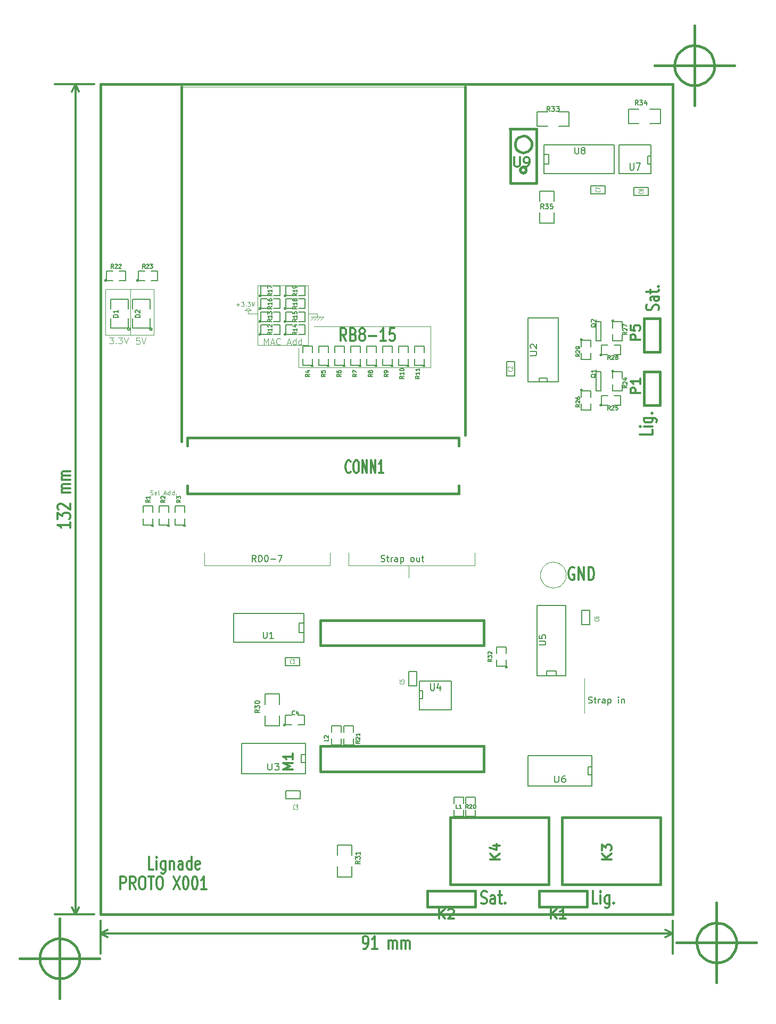
<source format=gto>
G04 (created by PCBNEW-RS274X (2010-00-09 BZR 23xx)-stable) date lun. 23 mai 2011 13:31:12 ICT*
G01*
G70*
G90*
%MOIN*%
G04 Gerber Fmt 3.4, Leading zero omitted, Abs format*
%FSLAX34Y34*%
G04 APERTURE LIST*
%ADD10C,0.006000*%
%ADD11C,0.012000*%
%ADD12C,0.015000*%
%ADD13C,0.003900*%
%ADD14C,0.007900*%
%ADD15C,0.005000*%
%ADD16C,0.008000*%
%ADD17C,0.004500*%
%ADD18C,0.007500*%
G04 APERTURE END LIST*
G54D10*
G54D11*
X16485Y-54112D02*
X16600Y-54112D01*
X16657Y-54074D01*
X16685Y-54036D01*
X16743Y-53921D01*
X16771Y-53769D01*
X16771Y-53464D01*
X16743Y-53388D01*
X16714Y-53350D01*
X16657Y-53312D01*
X16543Y-53312D01*
X16485Y-53350D01*
X16457Y-53388D01*
X16428Y-53464D01*
X16428Y-53655D01*
X16457Y-53731D01*
X16485Y-53769D01*
X16543Y-53807D01*
X16657Y-53807D01*
X16714Y-53769D01*
X16743Y-53731D01*
X16771Y-53655D01*
X17342Y-54112D02*
X16999Y-54112D01*
X17171Y-54112D02*
X17171Y-53312D01*
X17114Y-53426D01*
X17056Y-53502D01*
X16999Y-53540D01*
X18056Y-54112D02*
X18056Y-53578D01*
X18056Y-53655D02*
X18084Y-53617D01*
X18142Y-53578D01*
X18227Y-53578D01*
X18284Y-53617D01*
X18313Y-53693D01*
X18313Y-54112D01*
X18313Y-53693D02*
X18342Y-53617D01*
X18399Y-53578D01*
X18484Y-53578D01*
X18542Y-53617D01*
X18570Y-53693D01*
X18570Y-54112D01*
X18856Y-54112D02*
X18856Y-53578D01*
X18856Y-53655D02*
X18884Y-53617D01*
X18942Y-53578D01*
X19027Y-53578D01*
X19084Y-53617D01*
X19113Y-53693D01*
X19113Y-54112D01*
X19113Y-53693D02*
X19142Y-53617D01*
X19199Y-53578D01*
X19284Y-53578D01*
X19342Y-53617D01*
X19370Y-53693D01*
X19370Y-54112D01*
X00000Y-53148D02*
X35827Y-53148D01*
X00000Y-52362D02*
X00000Y-54428D01*
X35827Y-52362D02*
X35827Y-54428D01*
X35827Y-53148D02*
X35384Y-53378D01*
X35827Y-53148D02*
X35384Y-52918D01*
X00000Y-53148D02*
X00443Y-53378D01*
X00000Y-53148D02*
X00443Y-52918D01*
X-01890Y-27412D02*
X-01890Y-27755D01*
X-01890Y-27583D02*
X-02690Y-27583D01*
X-02576Y-27640D01*
X-02500Y-27698D01*
X-02462Y-27755D01*
X-02690Y-27212D02*
X-02690Y-26841D01*
X-02385Y-27041D01*
X-02385Y-26955D01*
X-02347Y-26898D01*
X-02309Y-26869D01*
X-02233Y-26841D01*
X-02043Y-26841D01*
X-01966Y-26869D01*
X-01928Y-26898D01*
X-01890Y-26955D01*
X-01890Y-27127D01*
X-01928Y-27184D01*
X-01966Y-27212D01*
X-02614Y-26613D02*
X-02652Y-26584D01*
X-02690Y-26527D01*
X-02690Y-26384D01*
X-02652Y-26327D01*
X-02614Y-26298D01*
X-02538Y-26270D01*
X-02462Y-26270D01*
X-02347Y-26298D01*
X-01890Y-26641D01*
X-01890Y-26270D01*
X-01890Y-25556D02*
X-02424Y-25556D01*
X-02347Y-25556D02*
X-02385Y-25528D01*
X-02424Y-25470D01*
X-02424Y-25385D01*
X-02385Y-25328D01*
X-02309Y-25299D01*
X-01890Y-25299D01*
X-02309Y-25299D02*
X-02385Y-25270D01*
X-02424Y-25213D01*
X-02424Y-25128D01*
X-02385Y-25070D01*
X-02309Y-25042D01*
X-01890Y-25042D01*
X-01890Y-24756D02*
X-02424Y-24756D01*
X-02347Y-24756D02*
X-02385Y-24728D01*
X-02424Y-24670D01*
X-02424Y-24585D01*
X-02385Y-24528D01*
X-02309Y-24499D01*
X-01890Y-24499D01*
X-02309Y-24499D02*
X-02385Y-24470D01*
X-02424Y-24413D01*
X-02424Y-24328D01*
X-02385Y-24270D01*
X-02309Y-24242D01*
X-01890Y-24242D01*
X-01574Y-51968D02*
X-01574Y00000D01*
X-00393Y-51968D02*
X-02854Y-51968D01*
X-00393Y00000D02*
X-02854Y00000D01*
X-01574Y00000D02*
X-01344Y-00443D01*
X-01574Y00000D02*
X-01804Y-00443D01*
X-01574Y-51968D02*
X-01344Y-51525D01*
X-01574Y-51968D02*
X-01804Y-51525D01*
G54D12*
X00000Y00000D02*
X35827Y00000D01*
X00000Y-51968D02*
X00000Y00000D01*
X35827Y-51968D02*
X00000Y-51968D01*
X35827Y00000D02*
X35827Y-51968D01*
G54D13*
X03327Y-12834D02*
X03327Y-15708D01*
X00296Y-12834D02*
X03327Y-12834D01*
X00296Y-15708D02*
X00296Y-12834D01*
X01870Y-12834D02*
X01870Y-15708D01*
X03129Y-25689D02*
X03168Y-25702D01*
X03234Y-25702D01*
X03260Y-25689D01*
X03273Y-25675D01*
X03286Y-25649D01*
X03286Y-25623D01*
X03273Y-25597D01*
X03260Y-25583D01*
X03234Y-25570D01*
X03181Y-25557D01*
X03155Y-25544D01*
X03142Y-25531D01*
X03129Y-25505D01*
X03129Y-25478D01*
X03142Y-25452D01*
X03155Y-25439D01*
X03181Y-25426D01*
X03247Y-25426D01*
X03286Y-25439D01*
X03510Y-25689D02*
X03484Y-25702D01*
X03431Y-25702D01*
X03405Y-25689D01*
X03392Y-25662D01*
X03392Y-25557D01*
X03405Y-25531D01*
X03431Y-25518D01*
X03484Y-25518D01*
X03510Y-25531D01*
X03523Y-25557D01*
X03523Y-25583D01*
X03392Y-25610D01*
X03681Y-25702D02*
X03655Y-25689D01*
X03642Y-25662D01*
X03642Y-25426D01*
X03984Y-25623D02*
X04115Y-25623D01*
X03957Y-25702D02*
X04049Y-25426D01*
X04141Y-25702D01*
X04352Y-25702D02*
X04352Y-25426D01*
X04352Y-25689D02*
X04326Y-25702D01*
X04273Y-25702D01*
X04247Y-25689D01*
X04234Y-25675D01*
X04221Y-25649D01*
X04221Y-25570D01*
X04234Y-25544D01*
X04247Y-25531D01*
X04273Y-25518D01*
X04326Y-25518D01*
X04352Y-25531D01*
X04602Y-25702D02*
X04602Y-25426D01*
X04602Y-25689D02*
X04576Y-25702D01*
X04523Y-25702D01*
X04497Y-25689D01*
X04484Y-25675D01*
X04471Y-25649D01*
X04471Y-25570D01*
X04484Y-25544D01*
X04497Y-25531D01*
X04523Y-25518D01*
X04576Y-25518D01*
X04602Y-25531D01*
X04734Y-25675D02*
X04747Y-25689D01*
X04734Y-25702D01*
X04721Y-25689D01*
X04734Y-25675D01*
X04734Y-25702D01*
X20670Y-15157D02*
X13386Y-15157D01*
X20670Y-17716D02*
X20670Y-15157D01*
X12402Y-17716D02*
X20670Y-17716D01*
X12402Y-16535D02*
X12402Y-17716D01*
X08503Y-13786D02*
X08713Y-13786D01*
X08608Y-13891D02*
X08608Y-13680D01*
X08818Y-13615D02*
X08989Y-13615D01*
X08897Y-13720D01*
X08937Y-13720D01*
X08963Y-13733D01*
X08976Y-13746D01*
X08989Y-13772D01*
X08989Y-13838D01*
X08976Y-13864D01*
X08963Y-13878D01*
X08937Y-13891D01*
X08858Y-13891D01*
X08832Y-13878D01*
X08818Y-13864D01*
X09108Y-13864D02*
X09121Y-13878D01*
X09108Y-13891D01*
X09095Y-13878D01*
X09108Y-13864D01*
X09108Y-13891D01*
X09212Y-13615D02*
X09383Y-13615D01*
X09291Y-13720D01*
X09331Y-13720D01*
X09357Y-13733D01*
X09370Y-13746D01*
X09383Y-13772D01*
X09383Y-13838D01*
X09370Y-13864D01*
X09357Y-13878D01*
X09331Y-13891D01*
X09252Y-13891D01*
X09226Y-13878D01*
X09212Y-13864D01*
X09462Y-13615D02*
X09554Y-13891D01*
X09646Y-13615D01*
X09449Y-14173D02*
X09252Y-14173D01*
X09252Y-13976D02*
X09449Y-14173D01*
X09055Y-14173D02*
X09252Y-13976D01*
X09252Y-14173D02*
X09055Y-14173D01*
X09252Y-14370D02*
X09252Y-14173D01*
X09843Y-14370D02*
X09252Y-14370D01*
X13977Y-14567D02*
X13781Y-14763D01*
X13584Y-14763D02*
X13780Y-14567D01*
X13387Y-14763D02*
X13583Y-14567D01*
X13386Y-14567D02*
X13583Y-14567D01*
X13190Y-14763D02*
X13386Y-14567D01*
X13977Y-14567D02*
X13189Y-14567D01*
X13583Y-14370D02*
X13583Y-14567D01*
X12992Y-14370D02*
X13583Y-14370D01*
X10246Y-16300D02*
X10246Y-15906D01*
X10377Y-16188D01*
X10508Y-15906D01*
X10508Y-16300D01*
X10677Y-16188D02*
X10865Y-16188D01*
X10640Y-16300D02*
X10771Y-15906D01*
X10902Y-16300D01*
X11259Y-16263D02*
X11240Y-16282D01*
X11184Y-16300D01*
X11146Y-16300D01*
X11090Y-16282D01*
X11053Y-16244D01*
X11034Y-16207D01*
X11015Y-16132D01*
X11015Y-16075D01*
X11034Y-16000D01*
X11053Y-15963D01*
X11090Y-15925D01*
X11146Y-15906D01*
X11184Y-15906D01*
X11240Y-15925D01*
X11259Y-15944D01*
X11709Y-16188D02*
X11897Y-16188D01*
X11672Y-16300D02*
X11803Y-15906D01*
X11934Y-16300D01*
X12235Y-16300D02*
X12235Y-15906D01*
X12235Y-16282D02*
X12197Y-16300D01*
X12122Y-16300D01*
X12085Y-16282D01*
X12066Y-16263D01*
X12047Y-16225D01*
X12047Y-16113D01*
X12066Y-16075D01*
X12085Y-16057D01*
X12122Y-16038D01*
X12197Y-16038D01*
X12235Y-16057D01*
X12591Y-16300D02*
X12591Y-15906D01*
X12591Y-16282D02*
X12553Y-16300D01*
X12478Y-16300D01*
X12441Y-16282D01*
X12422Y-16263D01*
X12403Y-16225D01*
X12403Y-16113D01*
X12422Y-16075D01*
X12441Y-16057D01*
X12478Y-16038D01*
X12553Y-16038D01*
X12591Y-16057D01*
X09843Y-16338D02*
X09843Y-12598D01*
X12992Y-16338D02*
X09843Y-16338D01*
X12992Y-12598D02*
X12992Y-16338D01*
X09843Y-12598D02*
X12992Y-12598D01*
G54D14*
X09739Y-29883D02*
X09608Y-29696D01*
X09514Y-29883D02*
X09514Y-29489D01*
X09664Y-29489D01*
X09701Y-29508D01*
X09720Y-29527D01*
X09739Y-29565D01*
X09739Y-29621D01*
X09720Y-29658D01*
X09701Y-29677D01*
X09664Y-29696D01*
X09514Y-29696D01*
X09908Y-29883D02*
X09908Y-29489D01*
X10002Y-29489D01*
X10058Y-29508D01*
X10095Y-29546D01*
X10114Y-29583D01*
X10133Y-29658D01*
X10133Y-29715D01*
X10114Y-29790D01*
X10095Y-29827D01*
X10058Y-29865D01*
X10002Y-29883D01*
X09908Y-29883D01*
X10377Y-29489D02*
X10414Y-29489D01*
X10452Y-29508D01*
X10471Y-29527D01*
X10489Y-29565D01*
X10508Y-29640D01*
X10508Y-29733D01*
X10489Y-29808D01*
X10471Y-29846D01*
X10452Y-29865D01*
X10414Y-29883D01*
X10377Y-29883D01*
X10339Y-29865D01*
X10321Y-29846D01*
X10302Y-29808D01*
X10283Y-29733D01*
X10283Y-29640D01*
X10302Y-29565D01*
X10321Y-29527D01*
X10339Y-29508D01*
X10377Y-29489D01*
X10677Y-29733D02*
X10977Y-29733D01*
X11127Y-29489D02*
X11390Y-29489D01*
X11221Y-29883D01*
G54D13*
X06496Y-30118D02*
X06496Y-29330D01*
X14370Y-30118D02*
X06496Y-30118D01*
X14370Y-29330D02*
X14370Y-30118D01*
G54D11*
X15391Y-16072D02*
X15191Y-15691D01*
X15048Y-16072D02*
X15048Y-15272D01*
X15276Y-15272D01*
X15334Y-15310D01*
X15362Y-15348D01*
X15391Y-15424D01*
X15391Y-15538D01*
X15362Y-15615D01*
X15334Y-15653D01*
X15276Y-15691D01*
X15048Y-15691D01*
X15848Y-15653D02*
X15934Y-15691D01*
X15962Y-15729D01*
X15991Y-15805D01*
X15991Y-15919D01*
X15962Y-15996D01*
X15934Y-16034D01*
X15876Y-16072D01*
X15648Y-16072D01*
X15648Y-15272D01*
X15848Y-15272D01*
X15905Y-15310D01*
X15934Y-15348D01*
X15962Y-15424D01*
X15962Y-15500D01*
X15934Y-15577D01*
X15905Y-15615D01*
X15848Y-15653D01*
X15648Y-15653D01*
X16334Y-15615D02*
X16276Y-15577D01*
X16248Y-15538D01*
X16219Y-15462D01*
X16219Y-15424D01*
X16248Y-15348D01*
X16276Y-15310D01*
X16334Y-15272D01*
X16448Y-15272D01*
X16505Y-15310D01*
X16534Y-15348D01*
X16562Y-15424D01*
X16562Y-15462D01*
X16534Y-15538D01*
X16505Y-15577D01*
X16448Y-15615D01*
X16334Y-15615D01*
X16276Y-15653D01*
X16248Y-15691D01*
X16219Y-15767D01*
X16219Y-15919D01*
X16248Y-15996D01*
X16276Y-16034D01*
X16334Y-16072D01*
X16448Y-16072D01*
X16505Y-16034D01*
X16534Y-15996D01*
X16562Y-15919D01*
X16562Y-15767D01*
X16534Y-15691D01*
X16505Y-15653D01*
X16448Y-15615D01*
X16819Y-15767D02*
X17276Y-15767D01*
X17876Y-16072D02*
X17533Y-16072D01*
X17705Y-16072D02*
X17705Y-15272D01*
X17648Y-15386D01*
X17590Y-15462D01*
X17533Y-15500D01*
X18419Y-15272D02*
X18133Y-15272D01*
X18104Y-15653D01*
X18133Y-15615D01*
X18190Y-15577D01*
X18333Y-15577D01*
X18390Y-15615D01*
X18419Y-15653D01*
X18447Y-15729D01*
X18447Y-15919D01*
X18419Y-15996D01*
X18390Y-16034D01*
X18333Y-16072D01*
X18190Y-16072D01*
X18133Y-16034D01*
X18104Y-15996D01*
G54D14*
X17577Y-29865D02*
X17633Y-29883D01*
X17727Y-29883D01*
X17765Y-29865D01*
X17783Y-29846D01*
X17802Y-29808D01*
X17802Y-29771D01*
X17783Y-29733D01*
X17765Y-29715D01*
X17727Y-29696D01*
X17652Y-29677D01*
X17615Y-29658D01*
X17596Y-29640D01*
X17577Y-29602D01*
X17577Y-29565D01*
X17596Y-29527D01*
X17615Y-29508D01*
X17652Y-29489D01*
X17746Y-29489D01*
X17802Y-29508D01*
X17915Y-29621D02*
X18065Y-29621D01*
X17971Y-29489D02*
X17971Y-29827D01*
X17990Y-29865D01*
X18027Y-29883D01*
X18065Y-29883D01*
X18196Y-29883D02*
X18196Y-29621D01*
X18196Y-29696D02*
X18215Y-29658D01*
X18233Y-29640D01*
X18271Y-29621D01*
X18308Y-29621D01*
X18609Y-29883D02*
X18609Y-29677D01*
X18590Y-29640D01*
X18552Y-29621D01*
X18477Y-29621D01*
X18440Y-29640D01*
X18609Y-29865D02*
X18571Y-29883D01*
X18477Y-29883D01*
X18440Y-29865D01*
X18421Y-29827D01*
X18421Y-29790D01*
X18440Y-29752D01*
X18477Y-29733D01*
X18571Y-29733D01*
X18609Y-29715D01*
X18796Y-29621D02*
X18796Y-30015D01*
X18796Y-29640D02*
X18833Y-29621D01*
X18908Y-29621D01*
X18946Y-29640D01*
X18965Y-29658D01*
X18983Y-29696D01*
X18983Y-29808D01*
X18965Y-29846D01*
X18946Y-29865D01*
X18908Y-29883D01*
X18833Y-29883D01*
X18796Y-29865D01*
X19508Y-29883D02*
X19471Y-29865D01*
X19452Y-29846D01*
X19433Y-29808D01*
X19433Y-29696D01*
X19452Y-29658D01*
X19471Y-29640D01*
X19508Y-29621D01*
X19564Y-29621D01*
X19602Y-29640D01*
X19621Y-29658D01*
X19639Y-29696D01*
X19639Y-29808D01*
X19621Y-29846D01*
X19602Y-29865D01*
X19564Y-29883D01*
X19508Y-29883D01*
X19977Y-29621D02*
X19977Y-29883D01*
X19808Y-29621D02*
X19808Y-29827D01*
X19827Y-29865D01*
X19864Y-29883D01*
X19920Y-29883D01*
X19958Y-29865D01*
X19977Y-29846D01*
X20108Y-29621D02*
X20258Y-29621D01*
X20164Y-29489D02*
X20164Y-29827D01*
X20183Y-29865D01*
X20220Y-29883D01*
X20258Y-29883D01*
G54D13*
X19292Y-30118D02*
X19292Y-30905D01*
X23426Y-30118D02*
X23426Y-29330D01*
X15552Y-30118D02*
X23426Y-30118D01*
X15552Y-29330D02*
X15552Y-30118D01*
G54D14*
X30568Y-38723D02*
X30624Y-38741D01*
X30718Y-38741D01*
X30756Y-38723D01*
X30774Y-38704D01*
X30793Y-38666D01*
X30793Y-38629D01*
X30774Y-38591D01*
X30756Y-38573D01*
X30718Y-38554D01*
X30643Y-38535D01*
X30606Y-38516D01*
X30587Y-38498D01*
X30568Y-38460D01*
X30568Y-38423D01*
X30587Y-38385D01*
X30606Y-38366D01*
X30643Y-38347D01*
X30737Y-38347D01*
X30793Y-38366D01*
X30906Y-38479D02*
X31056Y-38479D01*
X30962Y-38347D02*
X30962Y-38685D01*
X30981Y-38723D01*
X31018Y-38741D01*
X31056Y-38741D01*
X31187Y-38741D02*
X31187Y-38479D01*
X31187Y-38554D02*
X31206Y-38516D01*
X31224Y-38498D01*
X31262Y-38479D01*
X31299Y-38479D01*
X31600Y-38741D02*
X31600Y-38535D01*
X31581Y-38498D01*
X31543Y-38479D01*
X31468Y-38479D01*
X31431Y-38498D01*
X31600Y-38723D02*
X31562Y-38741D01*
X31468Y-38741D01*
X31431Y-38723D01*
X31412Y-38685D01*
X31412Y-38648D01*
X31431Y-38610D01*
X31468Y-38591D01*
X31562Y-38591D01*
X31600Y-38573D01*
X31787Y-38479D02*
X31787Y-38873D01*
X31787Y-38498D02*
X31824Y-38479D01*
X31899Y-38479D01*
X31937Y-38498D01*
X31956Y-38516D01*
X31974Y-38554D01*
X31974Y-38666D01*
X31956Y-38704D01*
X31937Y-38723D01*
X31899Y-38741D01*
X31824Y-38741D01*
X31787Y-38723D01*
X32443Y-38741D02*
X32443Y-38479D01*
X32443Y-38347D02*
X32424Y-38366D01*
X32443Y-38385D01*
X32462Y-38366D01*
X32443Y-38347D01*
X32443Y-38385D01*
X32631Y-38479D02*
X32631Y-38741D01*
X32631Y-38516D02*
X32650Y-38498D01*
X32687Y-38479D01*
X32743Y-38479D01*
X32781Y-38498D01*
X32800Y-38535D01*
X32800Y-38741D01*
G54D13*
X30315Y-39370D02*
X30315Y-37204D01*
G54D11*
X29661Y-30270D02*
X29604Y-30232D01*
X29518Y-30232D01*
X29433Y-30270D01*
X29375Y-30346D01*
X29347Y-30422D01*
X29318Y-30575D01*
X29318Y-30689D01*
X29347Y-30841D01*
X29375Y-30918D01*
X29433Y-30994D01*
X29518Y-31032D01*
X29575Y-31032D01*
X29661Y-30994D01*
X29690Y-30956D01*
X29690Y-30689D01*
X29575Y-30689D01*
X29947Y-31032D02*
X29947Y-30232D01*
X30290Y-31032D01*
X30290Y-30232D01*
X30576Y-31032D02*
X30576Y-30232D01*
X30719Y-30232D01*
X30804Y-30270D01*
X30862Y-30346D01*
X30890Y-30422D01*
X30919Y-30575D01*
X30919Y-30689D01*
X30890Y-30841D01*
X30862Y-30918D01*
X30804Y-30994D01*
X30719Y-31032D01*
X30576Y-31032D01*
G54D13*
X29158Y-30708D02*
X29142Y-30865D01*
X29096Y-31017D01*
X29022Y-31156D01*
X28922Y-31279D01*
X28800Y-31380D01*
X28661Y-31455D01*
X28510Y-31502D01*
X28352Y-31518D01*
X28196Y-31504D01*
X28044Y-31459D01*
X27903Y-31386D01*
X27780Y-31287D01*
X27678Y-31166D01*
X27602Y-31027D01*
X27554Y-30876D01*
X27537Y-30719D01*
X27550Y-30562D01*
X27593Y-30410D01*
X27666Y-30269D01*
X27764Y-30145D01*
X27885Y-30043D01*
X28023Y-29965D01*
X28173Y-29916D01*
X28331Y-29898D01*
X28487Y-29910D01*
X28640Y-29952D01*
X28781Y-30024D01*
X28906Y-30121D01*
X29009Y-30241D01*
X29087Y-30379D01*
X29137Y-30529D01*
X29157Y-30686D01*
X29158Y-30708D01*
G54D11*
X34932Y-14142D02*
X34970Y-14056D01*
X34970Y-13913D01*
X34932Y-13856D01*
X34894Y-13827D01*
X34817Y-13799D01*
X34741Y-13799D01*
X34665Y-13827D01*
X34627Y-13856D01*
X34589Y-13913D01*
X34551Y-14027D01*
X34513Y-14085D01*
X34475Y-14113D01*
X34398Y-14142D01*
X34322Y-14142D01*
X34246Y-14113D01*
X34208Y-14085D01*
X34170Y-14027D01*
X34170Y-13885D01*
X34208Y-13799D01*
X34970Y-13285D02*
X34551Y-13285D01*
X34475Y-13314D01*
X34436Y-13371D01*
X34436Y-13485D01*
X34475Y-13542D01*
X34932Y-13285D02*
X34970Y-13342D01*
X34970Y-13485D01*
X34932Y-13542D01*
X34856Y-13571D01*
X34779Y-13571D01*
X34703Y-13542D01*
X34665Y-13485D01*
X34665Y-13342D01*
X34627Y-13285D01*
X34436Y-13085D02*
X34436Y-12856D01*
X34170Y-12999D02*
X34856Y-12999D01*
X34932Y-12971D01*
X34970Y-12913D01*
X34970Y-12856D01*
X34894Y-12656D02*
X34932Y-12628D01*
X34970Y-12656D01*
X34932Y-12685D01*
X34894Y-12656D01*
X34970Y-12656D01*
X34576Y-21630D02*
X34576Y-21916D01*
X33776Y-21916D01*
X34576Y-21430D02*
X34042Y-21430D01*
X33776Y-21430D02*
X33814Y-21459D01*
X33852Y-21430D01*
X33814Y-21402D01*
X33776Y-21430D01*
X33852Y-21430D01*
X34042Y-20887D02*
X34690Y-20887D01*
X34766Y-20916D01*
X34804Y-20944D01*
X34842Y-21001D01*
X34842Y-21087D01*
X34804Y-21144D01*
X34538Y-20887D02*
X34576Y-20944D01*
X34576Y-21058D01*
X34538Y-21116D01*
X34500Y-21144D01*
X34423Y-21173D01*
X34195Y-21173D01*
X34119Y-21144D01*
X34081Y-21116D01*
X34042Y-21058D01*
X34042Y-20944D01*
X34081Y-20887D01*
X34500Y-20601D02*
X34538Y-20573D01*
X34576Y-20601D01*
X34538Y-20630D01*
X34500Y-20601D01*
X34576Y-20601D01*
X31125Y-51308D02*
X30839Y-51308D01*
X30839Y-50508D01*
X31325Y-51308D02*
X31325Y-50774D01*
X31325Y-50508D02*
X31296Y-50546D01*
X31325Y-50584D01*
X31353Y-50546D01*
X31325Y-50508D01*
X31325Y-50584D01*
X31868Y-50774D02*
X31868Y-51422D01*
X31839Y-51498D01*
X31811Y-51536D01*
X31754Y-51574D01*
X31668Y-51574D01*
X31611Y-51536D01*
X31868Y-51270D02*
X31811Y-51308D01*
X31697Y-51308D01*
X31639Y-51270D01*
X31611Y-51232D01*
X31582Y-51155D01*
X31582Y-50927D01*
X31611Y-50851D01*
X31639Y-50813D01*
X31697Y-50774D01*
X31811Y-50774D01*
X31868Y-50813D01*
X32154Y-51232D02*
X32182Y-51270D01*
X32154Y-51308D01*
X32125Y-51270D01*
X32154Y-51232D01*
X32154Y-51308D01*
X23850Y-51270D02*
X23936Y-51308D01*
X24079Y-51308D01*
X24136Y-51270D01*
X24165Y-51232D01*
X24193Y-51155D01*
X24193Y-51079D01*
X24165Y-51003D01*
X24136Y-50965D01*
X24079Y-50927D01*
X23965Y-50889D01*
X23907Y-50851D01*
X23879Y-50813D01*
X23850Y-50736D01*
X23850Y-50660D01*
X23879Y-50584D01*
X23907Y-50546D01*
X23965Y-50508D01*
X24107Y-50508D01*
X24193Y-50546D01*
X24707Y-51308D02*
X24707Y-50889D01*
X24678Y-50813D01*
X24621Y-50774D01*
X24507Y-50774D01*
X24450Y-50813D01*
X24707Y-51270D02*
X24650Y-51308D01*
X24507Y-51308D01*
X24450Y-51270D01*
X24421Y-51194D01*
X24421Y-51117D01*
X24450Y-51041D01*
X24507Y-51003D01*
X24650Y-51003D01*
X24707Y-50965D01*
X24907Y-50774D02*
X25136Y-50774D01*
X24993Y-50508D02*
X24993Y-51194D01*
X25021Y-51270D01*
X25079Y-51308D01*
X25136Y-51308D01*
X25336Y-51232D02*
X25364Y-51270D01*
X25336Y-51308D01*
X25307Y-51270D01*
X25336Y-51232D01*
X25336Y-51308D01*
X03323Y-49143D02*
X03037Y-49143D01*
X03037Y-48343D01*
X03523Y-49143D02*
X03523Y-48609D01*
X03523Y-48343D02*
X03494Y-48381D01*
X03523Y-48419D01*
X03551Y-48381D01*
X03523Y-48343D01*
X03523Y-48419D01*
X04066Y-48609D02*
X04066Y-49257D01*
X04037Y-49333D01*
X04009Y-49371D01*
X03952Y-49409D01*
X03866Y-49409D01*
X03809Y-49371D01*
X04066Y-49105D02*
X04009Y-49143D01*
X03895Y-49143D01*
X03837Y-49105D01*
X03809Y-49067D01*
X03780Y-48990D01*
X03780Y-48762D01*
X03809Y-48686D01*
X03837Y-48648D01*
X03895Y-48609D01*
X04009Y-48609D01*
X04066Y-48648D01*
X04352Y-48609D02*
X04352Y-49143D01*
X04352Y-48686D02*
X04380Y-48648D01*
X04438Y-48609D01*
X04523Y-48609D01*
X04580Y-48648D01*
X04609Y-48724D01*
X04609Y-49143D01*
X05152Y-49143D02*
X05152Y-48724D01*
X05123Y-48648D01*
X05066Y-48609D01*
X04952Y-48609D01*
X04895Y-48648D01*
X05152Y-49105D02*
X05095Y-49143D01*
X04952Y-49143D01*
X04895Y-49105D01*
X04866Y-49029D01*
X04866Y-48952D01*
X04895Y-48876D01*
X04952Y-48838D01*
X05095Y-48838D01*
X05152Y-48800D01*
X05695Y-49143D02*
X05695Y-48343D01*
X05695Y-49105D02*
X05638Y-49143D01*
X05524Y-49143D01*
X05466Y-49105D01*
X05438Y-49067D01*
X05409Y-48990D01*
X05409Y-48762D01*
X05438Y-48686D01*
X05466Y-48648D01*
X05524Y-48609D01*
X05638Y-48609D01*
X05695Y-48648D01*
X06209Y-49105D02*
X06152Y-49143D01*
X06038Y-49143D01*
X05981Y-49105D01*
X05952Y-49029D01*
X05952Y-48724D01*
X05981Y-48648D01*
X06038Y-48609D01*
X06152Y-48609D01*
X06209Y-48648D01*
X06238Y-48724D01*
X06238Y-48800D01*
X05952Y-48876D01*
X01252Y-50383D02*
X01252Y-49583D01*
X01480Y-49583D01*
X01538Y-49621D01*
X01566Y-49659D01*
X01595Y-49735D01*
X01595Y-49849D01*
X01566Y-49926D01*
X01538Y-49964D01*
X01480Y-50002D01*
X01252Y-50002D01*
X02195Y-50383D02*
X01995Y-50002D01*
X01852Y-50383D02*
X01852Y-49583D01*
X02080Y-49583D01*
X02138Y-49621D01*
X02166Y-49659D01*
X02195Y-49735D01*
X02195Y-49849D01*
X02166Y-49926D01*
X02138Y-49964D01*
X02080Y-50002D01*
X01852Y-50002D01*
X02566Y-49583D02*
X02680Y-49583D01*
X02738Y-49621D01*
X02795Y-49697D01*
X02823Y-49849D01*
X02823Y-50116D01*
X02795Y-50269D01*
X02738Y-50345D01*
X02680Y-50383D01*
X02566Y-50383D01*
X02509Y-50345D01*
X02452Y-50269D01*
X02423Y-50116D01*
X02423Y-49849D01*
X02452Y-49697D01*
X02509Y-49621D01*
X02566Y-49583D01*
X02995Y-49583D02*
X03338Y-49583D01*
X03167Y-50383D02*
X03167Y-49583D01*
X03652Y-49583D02*
X03766Y-49583D01*
X03824Y-49621D01*
X03881Y-49697D01*
X03909Y-49849D01*
X03909Y-50116D01*
X03881Y-50269D01*
X03824Y-50345D01*
X03766Y-50383D01*
X03652Y-50383D01*
X03595Y-50345D01*
X03538Y-50269D01*
X03509Y-50116D01*
X03509Y-49849D01*
X03538Y-49697D01*
X03595Y-49621D01*
X03652Y-49583D01*
X04567Y-49583D02*
X04967Y-50383D01*
X04967Y-49583D02*
X04567Y-50383D01*
X05309Y-49583D02*
X05366Y-49583D01*
X05423Y-49621D01*
X05452Y-49659D01*
X05481Y-49735D01*
X05509Y-49888D01*
X05509Y-50078D01*
X05481Y-50230D01*
X05452Y-50307D01*
X05423Y-50345D01*
X05366Y-50383D01*
X05309Y-50383D01*
X05252Y-50345D01*
X05223Y-50307D01*
X05195Y-50230D01*
X05166Y-50078D01*
X05166Y-49888D01*
X05195Y-49735D01*
X05223Y-49659D01*
X05252Y-49621D01*
X05309Y-49583D01*
X05880Y-49583D02*
X05937Y-49583D01*
X05994Y-49621D01*
X06023Y-49659D01*
X06052Y-49735D01*
X06080Y-49888D01*
X06080Y-50078D01*
X06052Y-50230D01*
X06023Y-50307D01*
X05994Y-50345D01*
X05937Y-50383D01*
X05880Y-50383D01*
X05823Y-50345D01*
X05794Y-50307D01*
X05766Y-50230D01*
X05737Y-50078D01*
X05737Y-49888D01*
X05766Y-49735D01*
X05794Y-49659D01*
X05823Y-49621D01*
X05880Y-49583D01*
X06651Y-50383D02*
X06308Y-50383D01*
X06480Y-50383D02*
X06480Y-49583D01*
X06423Y-49697D01*
X06365Y-49773D01*
X06308Y-49811D01*
G54D13*
X02445Y-15867D02*
X02258Y-15867D01*
X02239Y-16055D01*
X02258Y-16036D01*
X02295Y-16018D01*
X02389Y-16018D01*
X02427Y-16036D01*
X02445Y-16055D01*
X02464Y-16093D01*
X02464Y-16186D01*
X02445Y-16224D01*
X02427Y-16243D01*
X02389Y-16261D01*
X02295Y-16261D01*
X02258Y-16243D01*
X02239Y-16224D01*
X02577Y-15867D02*
X02708Y-16261D01*
X02839Y-15867D01*
X00552Y-15843D02*
X00796Y-15843D01*
X00665Y-15994D01*
X00721Y-15994D01*
X00759Y-16012D01*
X00777Y-16031D01*
X00796Y-16069D01*
X00796Y-16162D01*
X00777Y-16200D01*
X00759Y-16219D01*
X00721Y-16237D01*
X00609Y-16237D01*
X00571Y-16219D01*
X00552Y-16200D01*
X00965Y-16200D02*
X00984Y-16219D01*
X00965Y-16237D01*
X00946Y-16219D01*
X00965Y-16200D01*
X00965Y-16237D01*
X01115Y-15843D02*
X01359Y-15843D01*
X01228Y-15994D01*
X01284Y-15994D01*
X01322Y-16012D01*
X01340Y-16031D01*
X01359Y-16069D01*
X01359Y-16162D01*
X01340Y-16200D01*
X01322Y-16219D01*
X01284Y-16237D01*
X01172Y-16237D01*
X01134Y-16219D01*
X01115Y-16200D01*
X01472Y-15843D02*
X01603Y-16237D01*
X01734Y-15843D01*
G54D12*
X05078Y-00156D02*
X05078Y-22361D01*
X39833Y-53740D02*
X39809Y-53982D01*
X39738Y-54216D01*
X39624Y-54431D01*
X39469Y-54620D01*
X39281Y-54776D01*
X39067Y-54892D01*
X38834Y-54964D01*
X38591Y-54989D01*
X38349Y-54967D01*
X38115Y-54898D01*
X37899Y-54785D01*
X37709Y-54633D01*
X37552Y-54446D01*
X37435Y-54232D01*
X37361Y-53999D01*
X37334Y-53757D01*
X37354Y-53515D01*
X37421Y-53280D01*
X37533Y-53063D01*
X37684Y-52872D01*
X37870Y-52714D01*
X38083Y-52595D01*
X38315Y-52520D01*
X38557Y-52491D01*
X38800Y-52509D01*
X39035Y-52575D01*
X39252Y-52685D01*
X39445Y-52835D01*
X39604Y-53020D01*
X39724Y-53232D01*
X39801Y-53464D01*
X39832Y-53706D01*
X39833Y-53740D01*
X36083Y-53740D02*
X41083Y-53740D01*
X38583Y-51240D02*
X38583Y-56240D01*
X38455Y01181D02*
X38431Y00939D01*
X38360Y00705D01*
X38246Y00490D01*
X38091Y00301D01*
X37903Y00145D01*
X37689Y00029D01*
X37456Y-00043D01*
X37213Y-00068D01*
X36971Y-00046D01*
X36737Y00023D01*
X36521Y00136D01*
X36331Y00288D01*
X36174Y00475D01*
X36057Y00689D01*
X35983Y00922D01*
X35956Y01164D01*
X35976Y01406D01*
X36043Y01641D01*
X36155Y01858D01*
X36306Y02049D01*
X36492Y02207D01*
X36705Y02326D01*
X36937Y02401D01*
X37179Y02430D01*
X37422Y02412D01*
X37657Y02346D01*
X37874Y02236D01*
X38067Y02086D01*
X38226Y01901D01*
X38346Y01689D01*
X38423Y01457D01*
X38454Y01215D01*
X38455Y01181D01*
X34705Y01181D02*
X39705Y01181D01*
X37205Y03681D02*
X37205Y-01319D01*
X-01309Y-54724D02*
X-01333Y-54966D01*
X-01404Y-55200D01*
X-01518Y-55415D01*
X-01673Y-55604D01*
X-01861Y-55760D01*
X-02075Y-55876D01*
X-02308Y-55948D01*
X-02551Y-55973D01*
X-02793Y-55951D01*
X-03027Y-55882D01*
X-03243Y-55769D01*
X-03433Y-55617D01*
X-03590Y-55430D01*
X-03707Y-55216D01*
X-03781Y-54983D01*
X-03808Y-54741D01*
X-03788Y-54499D01*
X-03721Y-54264D01*
X-03609Y-54047D01*
X-03458Y-53856D01*
X-03272Y-53698D01*
X-03059Y-53579D01*
X-02827Y-53504D01*
X-02585Y-53475D01*
X-02342Y-53493D01*
X-02107Y-53559D01*
X-01890Y-53669D01*
X-01697Y-53819D01*
X-01538Y-54004D01*
X-01418Y-54216D01*
X-01341Y-54448D01*
X-01310Y-54690D01*
X-01309Y-54724D01*
X-05059Y-54724D02*
X-00059Y-54724D01*
X-02559Y-52224D02*
X-02559Y-57224D01*
G54D13*
X22835Y-00156D02*
X05079Y-00156D01*
X03327Y-15708D02*
X00335Y-15708D01*
X01870Y-15708D02*
X00296Y-15708D01*
G54D12*
X22834Y-21967D02*
X22834Y-00156D01*
X34049Y-16748D02*
X34049Y-14648D01*
X34049Y-14648D02*
X35049Y-14648D01*
X35049Y-14648D02*
X35049Y-16748D01*
X34049Y-14648D02*
X35049Y-14648D01*
X35049Y-16748D02*
X34049Y-16748D01*
X34049Y-20094D02*
X34049Y-17994D01*
X34049Y-17994D02*
X35049Y-17994D01*
X35049Y-17994D02*
X35049Y-20094D01*
X34049Y-17994D02*
X35049Y-17994D01*
X35049Y-20094D02*
X34049Y-20094D01*
X23461Y-51476D02*
X20461Y-51476D01*
X20461Y-51476D02*
X20461Y-50476D01*
X20461Y-50476D02*
X23461Y-50476D01*
X23461Y-50476D02*
X23461Y-51476D01*
X30461Y-51476D02*
X27461Y-51476D01*
X27461Y-51476D02*
X27461Y-50476D01*
X27461Y-50476D02*
X30461Y-50476D01*
X30461Y-50476D02*
X30461Y-51476D01*
G54D15*
X19318Y-37654D02*
X19318Y-36754D01*
X19318Y-36754D02*
X19818Y-36754D01*
X19818Y-36754D02*
X19818Y-37654D01*
X19818Y-37654D02*
X19318Y-37654D01*
X12498Y-44737D02*
X11598Y-44737D01*
X11598Y-44737D02*
X11598Y-44237D01*
X11598Y-44237D02*
X12498Y-44237D01*
X12498Y-44237D02*
X12498Y-44737D01*
X25940Y-17364D02*
X25940Y-18264D01*
X25940Y-18264D02*
X25440Y-18264D01*
X25440Y-18264D02*
X25440Y-17364D01*
X25440Y-17364D02*
X25940Y-17364D01*
X11559Y-35892D02*
X12459Y-35892D01*
X12459Y-35892D02*
X12459Y-36392D01*
X12459Y-36392D02*
X11559Y-36392D01*
X11559Y-36392D02*
X11559Y-35892D01*
X30165Y-15983D02*
X30164Y-15992D01*
X30161Y-16002D01*
X30156Y-16010D01*
X30150Y-16018D01*
X30142Y-16024D01*
X30134Y-16029D01*
X30125Y-16031D01*
X30115Y-16032D01*
X30106Y-16032D01*
X30097Y-16029D01*
X30088Y-16024D01*
X30081Y-16018D01*
X30074Y-16011D01*
X30070Y-16002D01*
X30067Y-15993D01*
X30066Y-15983D01*
X30066Y-15974D01*
X30069Y-15965D01*
X30073Y-15956D01*
X30080Y-15949D01*
X30087Y-15942D01*
X30095Y-15938D01*
X30105Y-15935D01*
X30114Y-15934D01*
X30123Y-15934D01*
X30133Y-15937D01*
X30141Y-15941D01*
X30149Y-15947D01*
X30155Y-15955D01*
X30160Y-15963D01*
X30163Y-15972D01*
X30164Y-15982D01*
X30165Y-15983D01*
X30115Y-16433D02*
X30115Y-16033D01*
X30115Y-16033D02*
X30715Y-16033D01*
X30715Y-16033D02*
X30715Y-16433D01*
X30715Y-16833D02*
X30715Y-17233D01*
X30715Y-17233D02*
X30115Y-17233D01*
X30115Y-17233D02*
X30115Y-16833D01*
X31390Y-16933D02*
X31389Y-16942D01*
X31386Y-16952D01*
X31381Y-16960D01*
X31375Y-16968D01*
X31367Y-16974D01*
X31359Y-16979D01*
X31350Y-16981D01*
X31340Y-16982D01*
X31331Y-16982D01*
X31322Y-16979D01*
X31313Y-16974D01*
X31306Y-16968D01*
X31299Y-16961D01*
X31295Y-16952D01*
X31292Y-16943D01*
X31291Y-16933D01*
X31291Y-16924D01*
X31294Y-16915D01*
X31298Y-16906D01*
X31305Y-16899D01*
X31312Y-16892D01*
X31320Y-16888D01*
X31330Y-16885D01*
X31339Y-16884D01*
X31348Y-16884D01*
X31358Y-16887D01*
X31366Y-16891D01*
X31374Y-16897D01*
X31380Y-16905D01*
X31385Y-16913D01*
X31388Y-16922D01*
X31389Y-16932D01*
X31390Y-16933D01*
X31790Y-16933D02*
X31390Y-16933D01*
X31390Y-16933D02*
X31390Y-16333D01*
X31390Y-16333D02*
X31790Y-16333D01*
X32190Y-16333D02*
X32590Y-16333D01*
X32590Y-16333D02*
X32590Y-16933D01*
X32590Y-16933D02*
X32190Y-16933D01*
X32133Y-14802D02*
X32132Y-14811D01*
X32129Y-14821D01*
X32124Y-14829D01*
X32118Y-14837D01*
X32110Y-14843D01*
X32102Y-14848D01*
X32093Y-14850D01*
X32083Y-14851D01*
X32074Y-14851D01*
X32065Y-14848D01*
X32056Y-14843D01*
X32049Y-14837D01*
X32042Y-14830D01*
X32038Y-14821D01*
X32035Y-14812D01*
X32034Y-14802D01*
X32034Y-14793D01*
X32037Y-14784D01*
X32041Y-14775D01*
X32048Y-14768D01*
X32055Y-14761D01*
X32063Y-14757D01*
X32073Y-14754D01*
X32082Y-14753D01*
X32091Y-14753D01*
X32101Y-14756D01*
X32109Y-14760D01*
X32117Y-14766D01*
X32123Y-14774D01*
X32128Y-14782D01*
X32131Y-14791D01*
X32132Y-14801D01*
X32133Y-14802D01*
X32083Y-15252D02*
X32083Y-14852D01*
X32083Y-14852D02*
X32683Y-14852D01*
X32683Y-14852D02*
X32683Y-15252D01*
X32683Y-15652D02*
X32683Y-16052D01*
X32683Y-16052D02*
X32083Y-16052D01*
X32083Y-16052D02*
X32083Y-15652D01*
X30165Y-19133D02*
X30164Y-19142D01*
X30161Y-19152D01*
X30156Y-19160D01*
X30150Y-19168D01*
X30142Y-19174D01*
X30134Y-19179D01*
X30125Y-19181D01*
X30115Y-19182D01*
X30106Y-19182D01*
X30097Y-19179D01*
X30088Y-19174D01*
X30081Y-19168D01*
X30074Y-19161D01*
X30070Y-19152D01*
X30067Y-19143D01*
X30066Y-19133D01*
X30066Y-19124D01*
X30069Y-19115D01*
X30073Y-19106D01*
X30080Y-19099D01*
X30087Y-19092D01*
X30095Y-19088D01*
X30105Y-19085D01*
X30114Y-19084D01*
X30123Y-19084D01*
X30133Y-19087D01*
X30141Y-19091D01*
X30149Y-19097D01*
X30155Y-19105D01*
X30160Y-19113D01*
X30163Y-19122D01*
X30164Y-19132D01*
X30165Y-19133D01*
X30115Y-19583D02*
X30115Y-19183D01*
X30115Y-19183D02*
X30715Y-19183D01*
X30715Y-19183D02*
X30715Y-19583D01*
X30715Y-19983D02*
X30715Y-20383D01*
X30715Y-20383D02*
X30115Y-20383D01*
X30115Y-20383D02*
X30115Y-19983D01*
X31390Y-20083D02*
X31389Y-20092D01*
X31386Y-20102D01*
X31381Y-20110D01*
X31375Y-20118D01*
X31367Y-20124D01*
X31359Y-20129D01*
X31350Y-20131D01*
X31340Y-20132D01*
X31331Y-20132D01*
X31322Y-20129D01*
X31313Y-20124D01*
X31306Y-20118D01*
X31299Y-20111D01*
X31295Y-20102D01*
X31292Y-20093D01*
X31291Y-20083D01*
X31291Y-20074D01*
X31294Y-20065D01*
X31298Y-20056D01*
X31305Y-20049D01*
X31312Y-20042D01*
X31320Y-20038D01*
X31330Y-20035D01*
X31339Y-20034D01*
X31348Y-20034D01*
X31358Y-20037D01*
X31366Y-20041D01*
X31374Y-20047D01*
X31380Y-20055D01*
X31385Y-20063D01*
X31388Y-20072D01*
X31389Y-20082D01*
X31390Y-20083D01*
X31790Y-20083D02*
X31390Y-20083D01*
X31390Y-20083D02*
X31390Y-19483D01*
X31390Y-19483D02*
X31790Y-19483D01*
X32190Y-19483D02*
X32590Y-19483D01*
X32590Y-19483D02*
X32590Y-20083D01*
X32590Y-20083D02*
X32190Y-20083D01*
X32133Y-17952D02*
X32132Y-17961D01*
X32129Y-17971D01*
X32124Y-17979D01*
X32118Y-17987D01*
X32110Y-17993D01*
X32102Y-17998D01*
X32093Y-18000D01*
X32083Y-18001D01*
X32074Y-18001D01*
X32065Y-17998D01*
X32056Y-17993D01*
X32049Y-17987D01*
X32042Y-17980D01*
X32038Y-17971D01*
X32035Y-17962D01*
X32034Y-17952D01*
X32034Y-17943D01*
X32037Y-17934D01*
X32041Y-17925D01*
X32048Y-17918D01*
X32055Y-17911D01*
X32063Y-17907D01*
X32073Y-17904D01*
X32082Y-17903D01*
X32091Y-17903D01*
X32101Y-17906D01*
X32109Y-17910D01*
X32117Y-17916D01*
X32123Y-17924D01*
X32128Y-17932D01*
X32131Y-17941D01*
X32132Y-17951D01*
X32133Y-17952D01*
X32083Y-18402D02*
X32083Y-18002D01*
X32083Y-18002D02*
X32683Y-18002D01*
X32683Y-18002D02*
X32683Y-18402D01*
X32683Y-18802D02*
X32683Y-19202D01*
X32683Y-19202D02*
X32083Y-19202D01*
X32083Y-19202D02*
X32083Y-18802D01*
X02361Y-12276D02*
X02360Y-12285D01*
X02357Y-12295D01*
X02352Y-12303D01*
X02346Y-12311D01*
X02338Y-12317D01*
X02330Y-12322D01*
X02321Y-12324D01*
X02311Y-12325D01*
X02302Y-12325D01*
X02293Y-12322D01*
X02284Y-12317D01*
X02277Y-12311D01*
X02270Y-12304D01*
X02266Y-12295D01*
X02263Y-12286D01*
X02262Y-12276D01*
X02262Y-12267D01*
X02265Y-12258D01*
X02269Y-12249D01*
X02276Y-12242D01*
X02283Y-12235D01*
X02291Y-12231D01*
X02301Y-12228D01*
X02310Y-12227D01*
X02319Y-12227D01*
X02329Y-12230D01*
X02337Y-12234D01*
X02345Y-12240D01*
X02351Y-12248D01*
X02356Y-12256D01*
X02359Y-12265D01*
X02360Y-12275D01*
X02361Y-12276D01*
X02761Y-12276D02*
X02361Y-12276D01*
X02361Y-12276D02*
X02361Y-11676D01*
X02361Y-11676D02*
X02761Y-11676D01*
X03161Y-11676D02*
X03561Y-11676D01*
X03561Y-11676D02*
X03561Y-12276D01*
X03561Y-12276D02*
X03161Y-12276D01*
X00361Y-12276D02*
X00360Y-12285D01*
X00357Y-12295D01*
X00352Y-12303D01*
X00346Y-12311D01*
X00338Y-12317D01*
X00330Y-12322D01*
X00321Y-12324D01*
X00311Y-12325D01*
X00302Y-12325D01*
X00293Y-12322D01*
X00284Y-12317D01*
X00277Y-12311D01*
X00270Y-12304D01*
X00266Y-12295D01*
X00263Y-12286D01*
X00262Y-12276D01*
X00262Y-12267D01*
X00265Y-12258D01*
X00269Y-12249D01*
X00276Y-12242D01*
X00283Y-12235D01*
X00291Y-12231D01*
X00301Y-12228D01*
X00310Y-12227D01*
X00319Y-12227D01*
X00329Y-12230D01*
X00337Y-12234D01*
X00345Y-12240D01*
X00351Y-12248D01*
X00356Y-12256D01*
X00359Y-12265D01*
X00360Y-12275D01*
X00361Y-12276D01*
X00761Y-12276D02*
X00361Y-12276D01*
X00361Y-12276D02*
X00361Y-11676D01*
X00361Y-11676D02*
X00761Y-11676D01*
X01161Y-11676D02*
X01561Y-11676D01*
X01561Y-11676D02*
X01561Y-12276D01*
X01561Y-12276D02*
X01161Y-12276D01*
X15902Y-41398D02*
X15901Y-41407D01*
X15898Y-41417D01*
X15893Y-41425D01*
X15887Y-41433D01*
X15879Y-41439D01*
X15871Y-41444D01*
X15862Y-41446D01*
X15852Y-41447D01*
X15843Y-41447D01*
X15834Y-41444D01*
X15825Y-41439D01*
X15818Y-41433D01*
X15811Y-41426D01*
X15807Y-41417D01*
X15804Y-41408D01*
X15803Y-41398D01*
X15803Y-41389D01*
X15806Y-41380D01*
X15810Y-41371D01*
X15817Y-41364D01*
X15824Y-41357D01*
X15832Y-41353D01*
X15842Y-41350D01*
X15851Y-41349D01*
X15860Y-41349D01*
X15870Y-41352D01*
X15878Y-41356D01*
X15886Y-41362D01*
X15892Y-41370D01*
X15897Y-41378D01*
X15900Y-41387D01*
X15901Y-41397D01*
X15902Y-41398D01*
X15852Y-40948D02*
X15852Y-41348D01*
X15852Y-41348D02*
X15252Y-41348D01*
X15252Y-41348D02*
X15252Y-40948D01*
X15252Y-40548D02*
X15252Y-40148D01*
X15252Y-40148D02*
X15852Y-40148D01*
X15852Y-40148D02*
X15852Y-40548D01*
X23539Y-45886D02*
X23538Y-45895D01*
X23535Y-45905D01*
X23530Y-45913D01*
X23524Y-45921D01*
X23516Y-45927D01*
X23508Y-45932D01*
X23499Y-45934D01*
X23489Y-45935D01*
X23480Y-45935D01*
X23471Y-45932D01*
X23462Y-45927D01*
X23455Y-45921D01*
X23448Y-45914D01*
X23444Y-45905D01*
X23441Y-45896D01*
X23440Y-45886D01*
X23440Y-45877D01*
X23443Y-45868D01*
X23447Y-45859D01*
X23454Y-45852D01*
X23461Y-45845D01*
X23469Y-45841D01*
X23479Y-45838D01*
X23488Y-45837D01*
X23497Y-45837D01*
X23507Y-45840D01*
X23515Y-45844D01*
X23523Y-45850D01*
X23529Y-45858D01*
X23534Y-45866D01*
X23537Y-45875D01*
X23538Y-45885D01*
X23539Y-45886D01*
X23489Y-45436D02*
X23489Y-45836D01*
X23489Y-45836D02*
X22889Y-45836D01*
X22889Y-45836D02*
X22889Y-45436D01*
X22889Y-45036D02*
X22889Y-44636D01*
X22889Y-44636D02*
X23489Y-44636D01*
X23489Y-44636D02*
X23489Y-45036D01*
X11605Y-13233D02*
X11604Y-13242D01*
X11601Y-13252D01*
X11596Y-13260D01*
X11590Y-13268D01*
X11582Y-13274D01*
X11574Y-13279D01*
X11565Y-13281D01*
X11555Y-13282D01*
X11546Y-13282D01*
X11537Y-13279D01*
X11528Y-13274D01*
X11521Y-13268D01*
X11514Y-13261D01*
X11510Y-13252D01*
X11507Y-13243D01*
X11506Y-13233D01*
X11506Y-13224D01*
X11509Y-13215D01*
X11513Y-13206D01*
X11520Y-13199D01*
X11527Y-13192D01*
X11535Y-13188D01*
X11545Y-13185D01*
X11554Y-13184D01*
X11563Y-13184D01*
X11573Y-13187D01*
X11581Y-13191D01*
X11589Y-13197D01*
X11595Y-13205D01*
X11600Y-13213D01*
X11603Y-13222D01*
X11604Y-13232D01*
X11605Y-13233D01*
X12005Y-13233D02*
X11605Y-13233D01*
X11605Y-13233D02*
X11605Y-12633D01*
X11605Y-12633D02*
X12005Y-12633D01*
X12405Y-12633D02*
X12805Y-12633D01*
X12805Y-12633D02*
X12805Y-13233D01*
X12805Y-13233D02*
X12405Y-13233D01*
X11605Y-14040D02*
X11604Y-14049D01*
X11601Y-14059D01*
X11596Y-14067D01*
X11590Y-14075D01*
X11582Y-14081D01*
X11574Y-14086D01*
X11565Y-14088D01*
X11555Y-14089D01*
X11546Y-14089D01*
X11537Y-14086D01*
X11528Y-14081D01*
X11521Y-14075D01*
X11514Y-14068D01*
X11510Y-14059D01*
X11507Y-14050D01*
X11506Y-14040D01*
X11506Y-14031D01*
X11509Y-14022D01*
X11513Y-14013D01*
X11520Y-14006D01*
X11527Y-13999D01*
X11535Y-13995D01*
X11545Y-13992D01*
X11554Y-13991D01*
X11563Y-13991D01*
X11573Y-13994D01*
X11581Y-13998D01*
X11589Y-14004D01*
X11595Y-14012D01*
X11600Y-14020D01*
X11603Y-14029D01*
X11604Y-14039D01*
X11605Y-14040D01*
X12005Y-14040D02*
X11605Y-14040D01*
X11605Y-14040D02*
X11605Y-13440D01*
X11605Y-13440D02*
X12005Y-13440D01*
X12405Y-13440D02*
X12805Y-13440D01*
X12805Y-13440D02*
X12805Y-14040D01*
X12805Y-14040D02*
X12405Y-14040D01*
X10030Y-13233D02*
X10029Y-13242D01*
X10026Y-13252D01*
X10021Y-13260D01*
X10015Y-13268D01*
X10007Y-13274D01*
X09999Y-13279D01*
X09990Y-13281D01*
X09980Y-13282D01*
X09971Y-13282D01*
X09962Y-13279D01*
X09953Y-13274D01*
X09946Y-13268D01*
X09939Y-13261D01*
X09935Y-13252D01*
X09932Y-13243D01*
X09931Y-13233D01*
X09931Y-13224D01*
X09934Y-13215D01*
X09938Y-13206D01*
X09945Y-13199D01*
X09952Y-13192D01*
X09960Y-13188D01*
X09970Y-13185D01*
X09979Y-13184D01*
X09988Y-13184D01*
X09998Y-13187D01*
X10006Y-13191D01*
X10014Y-13197D01*
X10020Y-13205D01*
X10025Y-13213D01*
X10028Y-13222D01*
X10029Y-13232D01*
X10030Y-13233D01*
X10430Y-13233D02*
X10030Y-13233D01*
X10030Y-13233D02*
X10030Y-12633D01*
X10030Y-12633D02*
X10430Y-12633D01*
X10830Y-12633D02*
X11230Y-12633D01*
X11230Y-12633D02*
X11230Y-13233D01*
X11230Y-13233D02*
X10830Y-13233D01*
X10030Y-14040D02*
X10029Y-14049D01*
X10026Y-14059D01*
X10021Y-14067D01*
X10015Y-14075D01*
X10007Y-14081D01*
X09999Y-14086D01*
X09990Y-14088D01*
X09980Y-14089D01*
X09971Y-14089D01*
X09962Y-14086D01*
X09953Y-14081D01*
X09946Y-14075D01*
X09939Y-14068D01*
X09935Y-14059D01*
X09932Y-14050D01*
X09931Y-14040D01*
X09931Y-14031D01*
X09934Y-14022D01*
X09938Y-14013D01*
X09945Y-14006D01*
X09952Y-13999D01*
X09960Y-13995D01*
X09970Y-13992D01*
X09979Y-13991D01*
X09988Y-13991D01*
X09998Y-13994D01*
X10006Y-13998D01*
X10014Y-14004D01*
X10020Y-14012D01*
X10025Y-14020D01*
X10028Y-14029D01*
X10029Y-14039D01*
X10030Y-14040D01*
X10430Y-14040D02*
X10030Y-14040D01*
X10030Y-14040D02*
X10030Y-13440D01*
X10030Y-13440D02*
X10430Y-13440D01*
X10830Y-13440D02*
X11230Y-13440D01*
X11230Y-13440D02*
X11230Y-14040D01*
X11230Y-14040D02*
X10830Y-14040D01*
X11605Y-14847D02*
X11604Y-14856D01*
X11601Y-14866D01*
X11596Y-14874D01*
X11590Y-14882D01*
X11582Y-14888D01*
X11574Y-14893D01*
X11565Y-14895D01*
X11555Y-14896D01*
X11546Y-14896D01*
X11537Y-14893D01*
X11528Y-14888D01*
X11521Y-14882D01*
X11514Y-14875D01*
X11510Y-14866D01*
X11507Y-14857D01*
X11506Y-14847D01*
X11506Y-14838D01*
X11509Y-14829D01*
X11513Y-14820D01*
X11520Y-14813D01*
X11527Y-14806D01*
X11535Y-14802D01*
X11545Y-14799D01*
X11554Y-14798D01*
X11563Y-14798D01*
X11573Y-14801D01*
X11581Y-14805D01*
X11589Y-14811D01*
X11595Y-14819D01*
X11600Y-14827D01*
X11603Y-14836D01*
X11604Y-14846D01*
X11605Y-14847D01*
X12005Y-14847D02*
X11605Y-14847D01*
X11605Y-14847D02*
X11605Y-14247D01*
X11605Y-14247D02*
X12005Y-14247D01*
X12405Y-14247D02*
X12805Y-14247D01*
X12805Y-14247D02*
X12805Y-14847D01*
X12805Y-14847D02*
X12405Y-14847D01*
X11604Y-15653D02*
X11603Y-15662D01*
X11600Y-15672D01*
X11595Y-15680D01*
X11589Y-15688D01*
X11581Y-15694D01*
X11573Y-15699D01*
X11564Y-15701D01*
X11554Y-15702D01*
X11545Y-15702D01*
X11536Y-15699D01*
X11527Y-15694D01*
X11520Y-15688D01*
X11513Y-15681D01*
X11509Y-15672D01*
X11506Y-15663D01*
X11505Y-15653D01*
X11505Y-15644D01*
X11508Y-15635D01*
X11512Y-15626D01*
X11519Y-15619D01*
X11526Y-15612D01*
X11534Y-15608D01*
X11544Y-15605D01*
X11553Y-15604D01*
X11562Y-15604D01*
X11572Y-15607D01*
X11580Y-15611D01*
X11588Y-15617D01*
X11594Y-15625D01*
X11599Y-15633D01*
X11602Y-15642D01*
X11603Y-15652D01*
X11604Y-15653D01*
X12004Y-15653D02*
X11604Y-15653D01*
X11604Y-15653D02*
X11604Y-15053D01*
X11604Y-15053D02*
X12004Y-15053D01*
X12404Y-15053D02*
X12804Y-15053D01*
X12804Y-15053D02*
X12804Y-15653D01*
X12804Y-15653D02*
X12404Y-15653D01*
X10030Y-14847D02*
X10029Y-14856D01*
X10026Y-14866D01*
X10021Y-14874D01*
X10015Y-14882D01*
X10007Y-14888D01*
X09999Y-14893D01*
X09990Y-14895D01*
X09980Y-14896D01*
X09971Y-14896D01*
X09962Y-14893D01*
X09953Y-14888D01*
X09946Y-14882D01*
X09939Y-14875D01*
X09935Y-14866D01*
X09932Y-14857D01*
X09931Y-14847D01*
X09931Y-14838D01*
X09934Y-14829D01*
X09938Y-14820D01*
X09945Y-14813D01*
X09952Y-14806D01*
X09960Y-14802D01*
X09970Y-14799D01*
X09979Y-14798D01*
X09988Y-14798D01*
X09998Y-14801D01*
X10006Y-14805D01*
X10014Y-14811D01*
X10020Y-14819D01*
X10025Y-14827D01*
X10028Y-14836D01*
X10029Y-14846D01*
X10030Y-14847D01*
X10430Y-14847D02*
X10030Y-14847D01*
X10030Y-14847D02*
X10030Y-14247D01*
X10030Y-14247D02*
X10430Y-14247D01*
X10830Y-14247D02*
X11230Y-14247D01*
X11230Y-14247D02*
X11230Y-14847D01*
X11230Y-14847D02*
X10830Y-14847D01*
X10030Y-15653D02*
X10029Y-15662D01*
X10026Y-15672D01*
X10021Y-15680D01*
X10015Y-15688D01*
X10007Y-15694D01*
X09999Y-15699D01*
X09990Y-15701D01*
X09980Y-15702D01*
X09971Y-15702D01*
X09962Y-15699D01*
X09953Y-15694D01*
X09946Y-15688D01*
X09939Y-15681D01*
X09935Y-15672D01*
X09932Y-15663D01*
X09931Y-15653D01*
X09931Y-15644D01*
X09934Y-15635D01*
X09938Y-15626D01*
X09945Y-15619D01*
X09952Y-15612D01*
X09960Y-15608D01*
X09970Y-15605D01*
X09979Y-15604D01*
X09988Y-15604D01*
X09998Y-15607D01*
X10006Y-15611D01*
X10014Y-15617D01*
X10020Y-15625D01*
X10025Y-15633D01*
X10028Y-15642D01*
X10029Y-15652D01*
X10030Y-15653D01*
X10430Y-15653D02*
X10030Y-15653D01*
X10030Y-15653D02*
X10030Y-15053D01*
X10030Y-15053D02*
X10430Y-15053D01*
X10830Y-15053D02*
X11230Y-15053D01*
X11230Y-15053D02*
X11230Y-15653D01*
X11230Y-15653D02*
X10830Y-15653D01*
X20311Y-17626D02*
X20310Y-17635D01*
X20307Y-17645D01*
X20302Y-17653D01*
X20296Y-17661D01*
X20288Y-17667D01*
X20280Y-17672D01*
X20271Y-17674D01*
X20261Y-17675D01*
X20252Y-17675D01*
X20243Y-17672D01*
X20234Y-17667D01*
X20227Y-17661D01*
X20220Y-17654D01*
X20216Y-17645D01*
X20213Y-17636D01*
X20212Y-17626D01*
X20212Y-17617D01*
X20215Y-17608D01*
X20219Y-17599D01*
X20226Y-17592D01*
X20233Y-17585D01*
X20241Y-17581D01*
X20251Y-17578D01*
X20260Y-17577D01*
X20269Y-17577D01*
X20279Y-17580D01*
X20287Y-17584D01*
X20295Y-17590D01*
X20301Y-17598D01*
X20306Y-17606D01*
X20309Y-17615D01*
X20310Y-17625D01*
X20311Y-17626D01*
X20261Y-17176D02*
X20261Y-17576D01*
X20261Y-17576D02*
X19661Y-17576D01*
X19661Y-17576D02*
X19661Y-17176D01*
X19661Y-16776D02*
X19661Y-16376D01*
X19661Y-16376D02*
X20261Y-16376D01*
X20261Y-16376D02*
X20261Y-16776D01*
X19311Y-17626D02*
X19310Y-17635D01*
X19307Y-17645D01*
X19302Y-17653D01*
X19296Y-17661D01*
X19288Y-17667D01*
X19280Y-17672D01*
X19271Y-17674D01*
X19261Y-17675D01*
X19252Y-17675D01*
X19243Y-17672D01*
X19234Y-17667D01*
X19227Y-17661D01*
X19220Y-17654D01*
X19216Y-17645D01*
X19213Y-17636D01*
X19212Y-17626D01*
X19212Y-17617D01*
X19215Y-17608D01*
X19219Y-17599D01*
X19226Y-17592D01*
X19233Y-17585D01*
X19241Y-17581D01*
X19251Y-17578D01*
X19260Y-17577D01*
X19269Y-17577D01*
X19279Y-17580D01*
X19287Y-17584D01*
X19295Y-17590D01*
X19301Y-17598D01*
X19306Y-17606D01*
X19309Y-17615D01*
X19310Y-17625D01*
X19311Y-17626D01*
X19261Y-17176D02*
X19261Y-17576D01*
X19261Y-17576D02*
X18661Y-17576D01*
X18661Y-17576D02*
X18661Y-17176D01*
X18661Y-16776D02*
X18661Y-16376D01*
X18661Y-16376D02*
X19261Y-16376D01*
X19261Y-16376D02*
X19261Y-16776D01*
X18311Y-17626D02*
X18310Y-17635D01*
X18307Y-17645D01*
X18302Y-17653D01*
X18296Y-17661D01*
X18288Y-17667D01*
X18280Y-17672D01*
X18271Y-17674D01*
X18261Y-17675D01*
X18252Y-17675D01*
X18243Y-17672D01*
X18234Y-17667D01*
X18227Y-17661D01*
X18220Y-17654D01*
X18216Y-17645D01*
X18213Y-17636D01*
X18212Y-17626D01*
X18212Y-17617D01*
X18215Y-17608D01*
X18219Y-17599D01*
X18226Y-17592D01*
X18233Y-17585D01*
X18241Y-17581D01*
X18251Y-17578D01*
X18260Y-17577D01*
X18269Y-17577D01*
X18279Y-17580D01*
X18287Y-17584D01*
X18295Y-17590D01*
X18301Y-17598D01*
X18306Y-17606D01*
X18309Y-17615D01*
X18310Y-17625D01*
X18311Y-17626D01*
X18261Y-17176D02*
X18261Y-17576D01*
X18261Y-17576D02*
X17661Y-17576D01*
X17661Y-17576D02*
X17661Y-17176D01*
X17661Y-16776D02*
X17661Y-16376D01*
X17661Y-16376D02*
X18261Y-16376D01*
X18261Y-16376D02*
X18261Y-16776D01*
X17311Y-17626D02*
X17310Y-17635D01*
X17307Y-17645D01*
X17302Y-17653D01*
X17296Y-17661D01*
X17288Y-17667D01*
X17280Y-17672D01*
X17271Y-17674D01*
X17261Y-17675D01*
X17252Y-17675D01*
X17243Y-17672D01*
X17234Y-17667D01*
X17227Y-17661D01*
X17220Y-17654D01*
X17216Y-17645D01*
X17213Y-17636D01*
X17212Y-17626D01*
X17212Y-17617D01*
X17215Y-17608D01*
X17219Y-17599D01*
X17226Y-17592D01*
X17233Y-17585D01*
X17241Y-17581D01*
X17251Y-17578D01*
X17260Y-17577D01*
X17269Y-17577D01*
X17279Y-17580D01*
X17287Y-17584D01*
X17295Y-17590D01*
X17301Y-17598D01*
X17306Y-17606D01*
X17309Y-17615D01*
X17310Y-17625D01*
X17311Y-17626D01*
X17261Y-17176D02*
X17261Y-17576D01*
X17261Y-17576D02*
X16661Y-17576D01*
X16661Y-17576D02*
X16661Y-17176D01*
X16661Y-16776D02*
X16661Y-16376D01*
X16661Y-16376D02*
X17261Y-16376D01*
X17261Y-16376D02*
X17261Y-16776D01*
X16311Y-17626D02*
X16310Y-17635D01*
X16307Y-17645D01*
X16302Y-17653D01*
X16296Y-17661D01*
X16288Y-17667D01*
X16280Y-17672D01*
X16271Y-17674D01*
X16261Y-17675D01*
X16252Y-17675D01*
X16243Y-17672D01*
X16234Y-17667D01*
X16227Y-17661D01*
X16220Y-17654D01*
X16216Y-17645D01*
X16213Y-17636D01*
X16212Y-17626D01*
X16212Y-17617D01*
X16215Y-17608D01*
X16219Y-17599D01*
X16226Y-17592D01*
X16233Y-17585D01*
X16241Y-17581D01*
X16251Y-17578D01*
X16260Y-17577D01*
X16269Y-17577D01*
X16279Y-17580D01*
X16287Y-17584D01*
X16295Y-17590D01*
X16301Y-17598D01*
X16306Y-17606D01*
X16309Y-17615D01*
X16310Y-17625D01*
X16311Y-17626D01*
X16261Y-17176D02*
X16261Y-17576D01*
X16261Y-17576D02*
X15661Y-17576D01*
X15661Y-17576D02*
X15661Y-17176D01*
X15661Y-16776D02*
X15661Y-16376D01*
X15661Y-16376D02*
X16261Y-16376D01*
X16261Y-16376D02*
X16261Y-16776D01*
X15311Y-17626D02*
X15310Y-17635D01*
X15307Y-17645D01*
X15302Y-17653D01*
X15296Y-17661D01*
X15288Y-17667D01*
X15280Y-17672D01*
X15271Y-17674D01*
X15261Y-17675D01*
X15252Y-17675D01*
X15243Y-17672D01*
X15234Y-17667D01*
X15227Y-17661D01*
X15220Y-17654D01*
X15216Y-17645D01*
X15213Y-17636D01*
X15212Y-17626D01*
X15212Y-17617D01*
X15215Y-17608D01*
X15219Y-17599D01*
X15226Y-17592D01*
X15233Y-17585D01*
X15241Y-17581D01*
X15251Y-17578D01*
X15260Y-17577D01*
X15269Y-17577D01*
X15279Y-17580D01*
X15287Y-17584D01*
X15295Y-17590D01*
X15301Y-17598D01*
X15306Y-17606D01*
X15309Y-17615D01*
X15310Y-17625D01*
X15311Y-17626D01*
X15261Y-17176D02*
X15261Y-17576D01*
X15261Y-17576D02*
X14661Y-17576D01*
X14661Y-17576D02*
X14661Y-17176D01*
X14661Y-16776D02*
X14661Y-16376D01*
X14661Y-16376D02*
X15261Y-16376D01*
X15261Y-16376D02*
X15261Y-16776D01*
X14311Y-17626D02*
X14310Y-17635D01*
X14307Y-17645D01*
X14302Y-17653D01*
X14296Y-17661D01*
X14288Y-17667D01*
X14280Y-17672D01*
X14271Y-17674D01*
X14261Y-17675D01*
X14252Y-17675D01*
X14243Y-17672D01*
X14234Y-17667D01*
X14227Y-17661D01*
X14220Y-17654D01*
X14216Y-17645D01*
X14213Y-17636D01*
X14212Y-17626D01*
X14212Y-17617D01*
X14215Y-17608D01*
X14219Y-17599D01*
X14226Y-17592D01*
X14233Y-17585D01*
X14241Y-17581D01*
X14251Y-17578D01*
X14260Y-17577D01*
X14269Y-17577D01*
X14279Y-17580D01*
X14287Y-17584D01*
X14295Y-17590D01*
X14301Y-17598D01*
X14306Y-17606D01*
X14309Y-17615D01*
X14310Y-17625D01*
X14311Y-17626D01*
X14261Y-17176D02*
X14261Y-17576D01*
X14261Y-17576D02*
X13661Y-17576D01*
X13661Y-17576D02*
X13661Y-17176D01*
X13661Y-16776D02*
X13661Y-16376D01*
X13661Y-16376D02*
X14261Y-16376D01*
X14261Y-16376D02*
X14261Y-16776D01*
X13311Y-17626D02*
X13310Y-17635D01*
X13307Y-17645D01*
X13302Y-17653D01*
X13296Y-17661D01*
X13288Y-17667D01*
X13280Y-17672D01*
X13271Y-17674D01*
X13261Y-17675D01*
X13252Y-17675D01*
X13243Y-17672D01*
X13234Y-17667D01*
X13227Y-17661D01*
X13220Y-17654D01*
X13216Y-17645D01*
X13213Y-17636D01*
X13212Y-17626D01*
X13212Y-17617D01*
X13215Y-17608D01*
X13219Y-17599D01*
X13226Y-17592D01*
X13233Y-17585D01*
X13241Y-17581D01*
X13251Y-17578D01*
X13260Y-17577D01*
X13269Y-17577D01*
X13279Y-17580D01*
X13287Y-17584D01*
X13295Y-17590D01*
X13301Y-17598D01*
X13306Y-17606D01*
X13309Y-17615D01*
X13310Y-17625D01*
X13311Y-17626D01*
X13261Y-17176D02*
X13261Y-17576D01*
X13261Y-17576D02*
X12661Y-17576D01*
X12661Y-17576D02*
X12661Y-17176D01*
X12661Y-16776D02*
X12661Y-16376D01*
X12661Y-16376D02*
X13261Y-16376D01*
X13261Y-16376D02*
X13261Y-16776D01*
X05311Y-27626D02*
X05310Y-27635D01*
X05307Y-27645D01*
X05302Y-27653D01*
X05296Y-27661D01*
X05288Y-27667D01*
X05280Y-27672D01*
X05271Y-27674D01*
X05261Y-27675D01*
X05252Y-27675D01*
X05243Y-27672D01*
X05234Y-27667D01*
X05227Y-27661D01*
X05220Y-27654D01*
X05216Y-27645D01*
X05213Y-27636D01*
X05212Y-27626D01*
X05212Y-27617D01*
X05215Y-27608D01*
X05219Y-27599D01*
X05226Y-27592D01*
X05233Y-27585D01*
X05241Y-27581D01*
X05251Y-27578D01*
X05260Y-27577D01*
X05269Y-27577D01*
X05279Y-27580D01*
X05287Y-27584D01*
X05295Y-27590D01*
X05301Y-27598D01*
X05306Y-27606D01*
X05309Y-27615D01*
X05310Y-27625D01*
X05311Y-27626D01*
X05261Y-27176D02*
X05261Y-27576D01*
X05261Y-27576D02*
X04661Y-27576D01*
X04661Y-27576D02*
X04661Y-27176D01*
X04661Y-26776D02*
X04661Y-26376D01*
X04661Y-26376D02*
X05261Y-26376D01*
X05261Y-26376D02*
X05261Y-26776D01*
X04311Y-27626D02*
X04310Y-27635D01*
X04307Y-27645D01*
X04302Y-27653D01*
X04296Y-27661D01*
X04288Y-27667D01*
X04280Y-27672D01*
X04271Y-27674D01*
X04261Y-27675D01*
X04252Y-27675D01*
X04243Y-27672D01*
X04234Y-27667D01*
X04227Y-27661D01*
X04220Y-27654D01*
X04216Y-27645D01*
X04213Y-27636D01*
X04212Y-27626D01*
X04212Y-27617D01*
X04215Y-27608D01*
X04219Y-27599D01*
X04226Y-27592D01*
X04233Y-27585D01*
X04241Y-27581D01*
X04251Y-27578D01*
X04260Y-27577D01*
X04269Y-27577D01*
X04279Y-27580D01*
X04287Y-27584D01*
X04295Y-27590D01*
X04301Y-27598D01*
X04306Y-27606D01*
X04309Y-27615D01*
X04310Y-27625D01*
X04311Y-27626D01*
X04261Y-27176D02*
X04261Y-27576D01*
X04261Y-27576D02*
X03661Y-27576D01*
X03661Y-27576D02*
X03661Y-27176D01*
X03661Y-26776D02*
X03661Y-26376D01*
X03661Y-26376D02*
X04261Y-26376D01*
X04261Y-26376D02*
X04261Y-26776D01*
X03311Y-27626D02*
X03310Y-27635D01*
X03307Y-27645D01*
X03302Y-27653D01*
X03296Y-27661D01*
X03288Y-27667D01*
X03280Y-27672D01*
X03271Y-27674D01*
X03261Y-27675D01*
X03252Y-27675D01*
X03243Y-27672D01*
X03234Y-27667D01*
X03227Y-27661D01*
X03220Y-27654D01*
X03216Y-27645D01*
X03213Y-27636D01*
X03212Y-27626D01*
X03212Y-27617D01*
X03215Y-27608D01*
X03219Y-27599D01*
X03226Y-27592D01*
X03233Y-27585D01*
X03241Y-27581D01*
X03251Y-27578D01*
X03260Y-27577D01*
X03269Y-27577D01*
X03279Y-27580D01*
X03287Y-27584D01*
X03295Y-27590D01*
X03301Y-27598D01*
X03306Y-27606D01*
X03309Y-27615D01*
X03310Y-27625D01*
X03311Y-27626D01*
X03261Y-27176D02*
X03261Y-27576D01*
X03261Y-27576D02*
X02661Y-27576D01*
X02661Y-27576D02*
X02661Y-27176D01*
X02661Y-26776D02*
X02661Y-26376D01*
X02661Y-26376D02*
X03261Y-26376D01*
X03261Y-26376D02*
X03261Y-26776D01*
X15114Y-41398D02*
X15113Y-41407D01*
X15110Y-41417D01*
X15105Y-41425D01*
X15099Y-41433D01*
X15091Y-41439D01*
X15083Y-41444D01*
X15074Y-41446D01*
X15064Y-41447D01*
X15055Y-41447D01*
X15046Y-41444D01*
X15037Y-41439D01*
X15030Y-41433D01*
X15023Y-41426D01*
X15019Y-41417D01*
X15016Y-41408D01*
X15015Y-41398D01*
X15015Y-41389D01*
X15018Y-41380D01*
X15022Y-41371D01*
X15029Y-41364D01*
X15036Y-41357D01*
X15044Y-41353D01*
X15054Y-41350D01*
X15063Y-41349D01*
X15072Y-41349D01*
X15082Y-41352D01*
X15090Y-41356D01*
X15098Y-41362D01*
X15104Y-41370D01*
X15109Y-41378D01*
X15112Y-41387D01*
X15113Y-41397D01*
X15114Y-41398D01*
X15064Y-40948D02*
X15064Y-41348D01*
X15064Y-41348D02*
X14464Y-41348D01*
X14464Y-41348D02*
X14464Y-40948D01*
X14464Y-40548D02*
X14464Y-40148D01*
X14464Y-40148D02*
X15064Y-40148D01*
X15064Y-40148D02*
X15064Y-40548D01*
X22791Y-45886D02*
X22790Y-45895D01*
X22787Y-45905D01*
X22782Y-45913D01*
X22776Y-45921D01*
X22768Y-45927D01*
X22760Y-45932D01*
X22751Y-45934D01*
X22741Y-45935D01*
X22732Y-45935D01*
X22723Y-45932D01*
X22714Y-45927D01*
X22707Y-45921D01*
X22700Y-45914D01*
X22696Y-45905D01*
X22693Y-45896D01*
X22692Y-45886D01*
X22692Y-45877D01*
X22695Y-45868D01*
X22699Y-45859D01*
X22706Y-45852D01*
X22713Y-45845D01*
X22721Y-45841D01*
X22731Y-45838D01*
X22740Y-45837D01*
X22749Y-45837D01*
X22759Y-45840D01*
X22767Y-45844D01*
X22775Y-45850D01*
X22781Y-45858D01*
X22786Y-45866D01*
X22789Y-45875D01*
X22790Y-45885D01*
X22791Y-45886D01*
X22741Y-45436D02*
X22741Y-45836D01*
X22741Y-45836D02*
X22141Y-45836D01*
X22141Y-45836D02*
X22141Y-45436D01*
X22141Y-45036D02*
X22141Y-44636D01*
X22141Y-44636D02*
X22741Y-44636D01*
X22741Y-44636D02*
X22741Y-45036D01*
X11566Y-40102D02*
X11565Y-40111D01*
X11562Y-40121D01*
X11557Y-40129D01*
X11551Y-40137D01*
X11543Y-40143D01*
X11535Y-40148D01*
X11526Y-40150D01*
X11516Y-40151D01*
X11507Y-40151D01*
X11498Y-40148D01*
X11489Y-40143D01*
X11482Y-40137D01*
X11475Y-40130D01*
X11471Y-40121D01*
X11468Y-40112D01*
X11467Y-40102D01*
X11467Y-40093D01*
X11470Y-40084D01*
X11474Y-40075D01*
X11481Y-40068D01*
X11488Y-40061D01*
X11496Y-40057D01*
X11506Y-40054D01*
X11515Y-40053D01*
X11524Y-40053D01*
X11534Y-40056D01*
X11542Y-40060D01*
X11550Y-40066D01*
X11556Y-40074D01*
X11561Y-40082D01*
X11564Y-40091D01*
X11565Y-40101D01*
X11566Y-40102D01*
X11966Y-40102D02*
X11566Y-40102D01*
X11566Y-40102D02*
X11566Y-39502D01*
X11566Y-39502D02*
X11966Y-39502D01*
X12366Y-39502D02*
X12766Y-39502D01*
X12766Y-39502D02*
X12766Y-40102D01*
X12766Y-40102D02*
X12366Y-40102D01*
X14826Y-49622D02*
X15726Y-49622D01*
X15726Y-49622D02*
X15726Y-48972D01*
X14826Y-48272D02*
X14826Y-47622D01*
X14826Y-47622D02*
X15726Y-47622D01*
X15726Y-47622D02*
X15726Y-48272D01*
X14826Y-48972D02*
X14826Y-49622D01*
X10299Y-40173D02*
X11199Y-40173D01*
X11199Y-40173D02*
X11199Y-39523D01*
X10299Y-38823D02*
X10299Y-38173D01*
X10299Y-38173D02*
X11199Y-38173D01*
X11199Y-38173D02*
X11199Y-38823D01*
X10299Y-39523D02*
X10299Y-40173D01*
X03229Y-15320D02*
X03227Y-15333D01*
X03223Y-15346D01*
X03217Y-15358D01*
X03208Y-15369D01*
X03198Y-15378D01*
X03186Y-15384D01*
X03173Y-15388D01*
X03159Y-15389D01*
X03146Y-15388D01*
X03133Y-15384D01*
X03121Y-15378D01*
X03111Y-15370D01*
X03102Y-15359D01*
X03095Y-15347D01*
X03091Y-15334D01*
X03090Y-15320D01*
X03091Y-15308D01*
X03094Y-15295D01*
X03101Y-15283D01*
X03109Y-15272D01*
X03120Y-15263D01*
X03131Y-15256D01*
X03144Y-15252D01*
X03158Y-15251D01*
X03171Y-15252D01*
X03184Y-15255D01*
X03196Y-15261D01*
X03207Y-15270D01*
X03216Y-15280D01*
X03222Y-15292D01*
X03227Y-15305D01*
X03228Y-15319D01*
X03229Y-15320D01*
X02009Y-14670D02*
X02009Y-15270D01*
X02009Y-15270D02*
X03109Y-15270D01*
X03109Y-15270D02*
X03109Y-14670D01*
X03109Y-14070D02*
X03109Y-13470D01*
X03109Y-13470D02*
X02009Y-13470D01*
X02009Y-13470D02*
X02009Y-14070D01*
X01851Y-15320D02*
X01849Y-15333D01*
X01845Y-15346D01*
X01839Y-15358D01*
X01830Y-15369D01*
X01820Y-15378D01*
X01808Y-15384D01*
X01795Y-15388D01*
X01781Y-15389D01*
X01768Y-15388D01*
X01755Y-15384D01*
X01743Y-15378D01*
X01733Y-15370D01*
X01724Y-15359D01*
X01717Y-15347D01*
X01713Y-15334D01*
X01712Y-15320D01*
X01713Y-15308D01*
X01716Y-15295D01*
X01723Y-15283D01*
X01731Y-15272D01*
X01742Y-15263D01*
X01753Y-15256D01*
X01766Y-15252D01*
X01780Y-15251D01*
X01793Y-15252D01*
X01806Y-15255D01*
X01818Y-15261D01*
X01829Y-15270D01*
X01838Y-15280D01*
X01844Y-15292D01*
X01849Y-15305D01*
X01850Y-15319D01*
X01851Y-15320D01*
X00631Y-14670D02*
X00631Y-15270D01*
X00631Y-15270D02*
X01731Y-15270D01*
X01731Y-15270D02*
X01731Y-14670D01*
X01731Y-14070D02*
X01731Y-13470D01*
X01731Y-13470D02*
X00631Y-13470D01*
X00631Y-13470D02*
X00631Y-14070D01*
G54D16*
X26779Y-43932D02*
X26779Y-42032D01*
X26779Y-42032D02*
X30779Y-42032D01*
X30779Y-42032D02*
X30779Y-43932D01*
X30779Y-43932D02*
X26779Y-43932D01*
X30779Y-43232D02*
X30529Y-43232D01*
X30529Y-43232D02*
X30529Y-42732D01*
X30529Y-42732D02*
X30779Y-42732D01*
X08827Y-43163D02*
X08827Y-41263D01*
X08827Y-41263D02*
X12827Y-41263D01*
X12827Y-41263D02*
X12827Y-43163D01*
X12827Y-43163D02*
X08827Y-43163D01*
X12827Y-42463D02*
X12577Y-42463D01*
X12577Y-42463D02*
X12577Y-41963D01*
X12577Y-41963D02*
X12827Y-41963D01*
X26759Y-14633D02*
X28659Y-14633D01*
X28659Y-14633D02*
X28659Y-18633D01*
X28659Y-18633D02*
X26759Y-18633D01*
X26759Y-18633D02*
X26759Y-14633D01*
X27459Y-18633D02*
X27459Y-18383D01*
X27459Y-18383D02*
X27959Y-18383D01*
X27959Y-18383D02*
X27959Y-18633D01*
X12752Y-34316D02*
X12452Y-34316D01*
X12452Y-34316D02*
X12452Y-33716D01*
X12452Y-33716D02*
X12752Y-33716D01*
X08352Y-34916D02*
X08352Y-33116D01*
X08352Y-33116D02*
X12752Y-33116D01*
X12752Y-33116D02*
X12752Y-34916D01*
X12752Y-34916D02*
X08352Y-34916D01*
G54D15*
X19986Y-37367D02*
X21986Y-37367D01*
X21986Y-37367D02*
X21986Y-39167D01*
X21986Y-39167D02*
X19986Y-39167D01*
X19986Y-39167D02*
X19986Y-37367D01*
X19986Y-37967D02*
X20186Y-37967D01*
X20186Y-37967D02*
X20186Y-38467D01*
X20186Y-38467D02*
X19986Y-38467D01*
X31352Y-14852D02*
X31352Y-16052D01*
X31352Y-16052D02*
X31052Y-16052D01*
X31052Y-16052D02*
X31052Y-14852D01*
X31052Y-14852D02*
X31352Y-14852D01*
X31352Y-18002D02*
X31352Y-19202D01*
X31352Y-19202D02*
X31052Y-19202D01*
X31052Y-19202D02*
X31052Y-18002D01*
X31052Y-18002D02*
X31352Y-18002D01*
X30644Y-32935D02*
X30644Y-33835D01*
X30644Y-33835D02*
X30144Y-33835D01*
X30144Y-33835D02*
X30144Y-32935D01*
X30144Y-32935D02*
X30644Y-32935D01*
X25468Y-36476D02*
X25467Y-36485D01*
X25464Y-36495D01*
X25459Y-36503D01*
X25453Y-36511D01*
X25445Y-36517D01*
X25437Y-36522D01*
X25428Y-36524D01*
X25418Y-36525D01*
X25409Y-36525D01*
X25400Y-36522D01*
X25391Y-36517D01*
X25384Y-36511D01*
X25377Y-36504D01*
X25373Y-36495D01*
X25370Y-36486D01*
X25369Y-36476D01*
X25369Y-36467D01*
X25372Y-36458D01*
X25376Y-36449D01*
X25383Y-36442D01*
X25390Y-36435D01*
X25398Y-36431D01*
X25408Y-36428D01*
X25417Y-36427D01*
X25426Y-36427D01*
X25436Y-36430D01*
X25444Y-36434D01*
X25452Y-36440D01*
X25458Y-36448D01*
X25463Y-36456D01*
X25466Y-36465D01*
X25467Y-36475D01*
X25468Y-36476D01*
X25418Y-36026D02*
X25418Y-36426D01*
X25418Y-36426D02*
X24818Y-36426D01*
X24818Y-36426D02*
X24818Y-36026D01*
X24818Y-35626D02*
X24818Y-35226D01*
X24818Y-35226D02*
X25418Y-35226D01*
X25418Y-35226D02*
X25418Y-35626D01*
G54D16*
X27929Y-37042D02*
X27929Y-36742D01*
X27929Y-36742D02*
X28529Y-36742D01*
X28529Y-36742D02*
X28529Y-37042D01*
X27329Y-32642D02*
X29129Y-32642D01*
X29129Y-32642D02*
X29129Y-37042D01*
X29129Y-37042D02*
X27329Y-37042D01*
X27329Y-37042D02*
X27329Y-32642D01*
G54D15*
X33423Y-06445D02*
X34323Y-06445D01*
X34323Y-06445D02*
X34323Y-06945D01*
X34323Y-06945D02*
X33423Y-06945D01*
X33423Y-06945D02*
X33423Y-06445D01*
X31623Y-06845D02*
X30723Y-06845D01*
X30723Y-06845D02*
X30723Y-06345D01*
X30723Y-06345D02*
X31623Y-06345D01*
X31623Y-06345D02*
X31623Y-06845D01*
X27504Y-08678D02*
X28404Y-08678D01*
X28404Y-08678D02*
X28404Y-08028D01*
X27504Y-07328D02*
X27504Y-06678D01*
X27504Y-06678D02*
X28404Y-06678D01*
X28404Y-06678D02*
X28404Y-07328D01*
X27504Y-08028D02*
X27504Y-08678D01*
X33073Y-01545D02*
X33073Y-02445D01*
X33073Y-02445D02*
X33723Y-02445D01*
X34423Y-01545D02*
X35073Y-01545D01*
X35073Y-01545D02*
X35073Y-02445D01*
X35073Y-02445D02*
X34423Y-02445D01*
X33723Y-01545D02*
X33073Y-01545D01*
X29348Y-02616D02*
X29348Y-01716D01*
X29348Y-01716D02*
X28698Y-01716D01*
X27998Y-02616D02*
X27348Y-02616D01*
X27348Y-02616D02*
X27348Y-01716D01*
X27348Y-01716D02*
X27998Y-01716D01*
X28698Y-02616D02*
X29348Y-02616D01*
G54D16*
X27773Y-04395D02*
X28073Y-04395D01*
X28073Y-04395D02*
X28073Y-04995D01*
X28073Y-04995D02*
X27773Y-04995D01*
X32173Y-03795D02*
X32173Y-05595D01*
X32173Y-05595D02*
X27773Y-05595D01*
X27773Y-05595D02*
X27773Y-03795D01*
X27773Y-03795D02*
X32173Y-03795D01*
G54D15*
X34473Y-05595D02*
X32473Y-05595D01*
X32473Y-05595D02*
X32473Y-03795D01*
X32473Y-03795D02*
X34473Y-03795D01*
X34473Y-03795D02*
X34473Y-05595D01*
X34473Y-04995D02*
X34273Y-04995D01*
X34273Y-04995D02*
X34273Y-04495D01*
X34273Y-04495D02*
X34473Y-04495D01*
G54D12*
X35088Y-50087D02*
X35088Y-45905D01*
X35088Y-45905D02*
X28906Y-45905D01*
X28906Y-45905D02*
X28906Y-50087D01*
X28906Y-50087D02*
X35088Y-50087D01*
X28088Y-50087D02*
X28088Y-45905D01*
X28088Y-45905D02*
X21906Y-45905D01*
X21906Y-45905D02*
X21906Y-50087D01*
X21906Y-50087D02*
X28088Y-50087D01*
X26656Y-05358D02*
X26652Y-05394D01*
X26641Y-05429D01*
X26624Y-05462D01*
X26601Y-05490D01*
X26573Y-05513D01*
X26540Y-05531D01*
X26505Y-05542D01*
X26469Y-05545D01*
X26433Y-05542D01*
X26398Y-05532D01*
X26366Y-05515D01*
X26337Y-05492D01*
X26313Y-05464D01*
X26296Y-05432D01*
X26285Y-05397D01*
X26281Y-05360D01*
X26284Y-05325D01*
X26294Y-05289D01*
X26310Y-05257D01*
X26333Y-05228D01*
X26361Y-05204D01*
X26393Y-05186D01*
X26428Y-05175D01*
X26465Y-05171D01*
X26500Y-05173D01*
X26535Y-05183D01*
X26568Y-05200D01*
X26597Y-05222D01*
X26621Y-05250D01*
X26639Y-05282D01*
X26651Y-05317D01*
X26655Y-05353D01*
X26656Y-05358D01*
X27008Y-03755D02*
X26998Y-03856D01*
X26968Y-03954D01*
X26920Y-04044D01*
X26856Y-04123D01*
X26777Y-04188D01*
X26687Y-04237D01*
X26590Y-04267D01*
X26488Y-04277D01*
X26387Y-04268D01*
X26290Y-04239D01*
X26199Y-04192D01*
X26120Y-04128D01*
X26054Y-04050D01*
X26005Y-03961D01*
X25974Y-03863D01*
X25963Y-03762D01*
X25971Y-03661D01*
X25999Y-03563D01*
X26046Y-03472D01*
X26109Y-03392D01*
X26187Y-03326D01*
X26276Y-03276D01*
X26373Y-03245D01*
X26475Y-03233D01*
X26575Y-03240D01*
X26674Y-03268D01*
X26765Y-03314D01*
X26845Y-03377D01*
X26912Y-03454D01*
X26962Y-03543D01*
X26995Y-03640D01*
X27007Y-03741D01*
X27008Y-03755D01*
X25666Y-02803D02*
X25666Y-06173D01*
X27300Y-02799D02*
X27300Y-06181D01*
X25661Y-06178D02*
X27307Y-06178D01*
X25661Y-06178D02*
X27307Y-06178D01*
X25661Y-06178D02*
X27307Y-06178D01*
X25661Y-06178D02*
X27307Y-06178D01*
X25658Y-02803D02*
X27304Y-02803D01*
X25658Y-02803D02*
X27304Y-02803D01*
X25658Y-02803D02*
X27304Y-02803D01*
X25658Y-02803D02*
X27304Y-02803D01*
X13781Y-33562D02*
X13781Y-35137D01*
X13781Y-35137D02*
X24017Y-35137D01*
X24017Y-35137D02*
X24017Y-33562D01*
X13781Y-43011D02*
X13781Y-41436D01*
X13781Y-41436D02*
X24017Y-41436D01*
X24017Y-41436D02*
X24017Y-43011D01*
X13781Y-33562D02*
X24017Y-33562D01*
X24017Y-43011D02*
X13781Y-43011D01*
X13781Y-43011D02*
X13978Y-43011D01*
X22456Y-25117D02*
X22456Y-25617D01*
X22456Y-25617D02*
X05456Y-25617D01*
X05456Y-25617D02*
X05456Y-25117D01*
X05456Y-22617D02*
X05456Y-22117D01*
X05456Y-22117D02*
X22456Y-22117D01*
X22456Y-22117D02*
X22456Y-22617D01*
G54D11*
X33792Y-15990D02*
X33192Y-15990D01*
X33192Y-15762D01*
X33220Y-15704D01*
X33249Y-15676D01*
X33306Y-15647D01*
X33392Y-15647D01*
X33449Y-15676D01*
X33478Y-15704D01*
X33506Y-15762D01*
X33506Y-15990D01*
X33192Y-15104D02*
X33192Y-15390D01*
X33478Y-15419D01*
X33449Y-15390D01*
X33420Y-15333D01*
X33420Y-15190D01*
X33449Y-15133D01*
X33478Y-15104D01*
X33535Y-15076D01*
X33678Y-15076D01*
X33735Y-15104D01*
X33763Y-15133D01*
X33792Y-15190D01*
X33792Y-15333D01*
X33763Y-15390D01*
X33735Y-15419D01*
X33792Y-19336D02*
X33192Y-19336D01*
X33192Y-19108D01*
X33220Y-19050D01*
X33249Y-19022D01*
X33306Y-18993D01*
X33392Y-18993D01*
X33449Y-19022D01*
X33478Y-19050D01*
X33506Y-19108D01*
X33506Y-19336D01*
X33792Y-18422D02*
X33792Y-18765D01*
X33792Y-18593D02*
X33192Y-18593D01*
X33278Y-18650D01*
X33335Y-18708D01*
X33363Y-18765D01*
X21219Y-52219D02*
X21219Y-51619D01*
X21562Y-52219D02*
X21305Y-51876D01*
X21562Y-51619D02*
X21219Y-51962D01*
X21790Y-51676D02*
X21819Y-51647D01*
X21876Y-51619D01*
X22019Y-51619D01*
X22076Y-51647D01*
X22105Y-51676D01*
X22133Y-51733D01*
X22133Y-51790D01*
X22105Y-51876D01*
X21762Y-52219D01*
X22133Y-52219D01*
X28219Y-52219D02*
X28219Y-51619D01*
X28562Y-52219D02*
X28305Y-51876D01*
X28562Y-51619D02*
X28219Y-51962D01*
X29133Y-52219D02*
X28790Y-52219D01*
X28962Y-52219D02*
X28962Y-51619D01*
X28905Y-51705D01*
X28847Y-51762D01*
X28790Y-51790D01*
G54D17*
X18985Y-37430D02*
X18998Y-37439D01*
X19011Y-37465D01*
X19011Y-37482D01*
X18998Y-37507D01*
X18971Y-37525D01*
X18945Y-37533D01*
X18891Y-37542D01*
X18851Y-37542D01*
X18798Y-37533D01*
X18771Y-37525D01*
X18745Y-37507D01*
X18731Y-37482D01*
X18731Y-37465D01*
X18745Y-37439D01*
X18758Y-37430D01*
X18731Y-37267D02*
X18731Y-37353D01*
X18865Y-37362D01*
X18851Y-37353D01*
X18838Y-37336D01*
X18838Y-37293D01*
X18851Y-37276D01*
X18865Y-37267D01*
X18891Y-37259D01*
X18958Y-37259D01*
X18985Y-37267D01*
X18998Y-37276D01*
X19011Y-37293D01*
X19011Y-37336D01*
X18998Y-37353D01*
X18985Y-37362D01*
X12176Y-45362D02*
X12167Y-45375D01*
X12141Y-45388D01*
X12124Y-45388D01*
X12099Y-45375D01*
X12081Y-45348D01*
X12073Y-45322D01*
X12064Y-45268D01*
X12064Y-45228D01*
X12073Y-45175D01*
X12081Y-45148D01*
X12099Y-45122D01*
X12124Y-45108D01*
X12141Y-45108D01*
X12167Y-45122D01*
X12176Y-45135D01*
X12236Y-45108D02*
X12347Y-45108D01*
X12287Y-45215D01*
X12313Y-45215D01*
X12330Y-45228D01*
X12339Y-45242D01*
X12347Y-45268D01*
X12347Y-45335D01*
X12339Y-45362D01*
X12330Y-45375D01*
X12313Y-45388D01*
X12261Y-45388D01*
X12244Y-45375D01*
X12236Y-45362D01*
X25777Y-17843D02*
X25790Y-17852D01*
X25803Y-17878D01*
X25803Y-17895D01*
X25790Y-17920D01*
X25763Y-17938D01*
X25737Y-17946D01*
X25683Y-17955D01*
X25643Y-17955D01*
X25590Y-17946D01*
X25563Y-17938D01*
X25537Y-17920D01*
X25523Y-17895D01*
X25523Y-17878D01*
X25537Y-17852D01*
X25550Y-17843D01*
X25550Y-17775D02*
X25537Y-17766D01*
X25523Y-17749D01*
X25523Y-17706D01*
X25537Y-17689D01*
X25550Y-17680D01*
X25577Y-17672D01*
X25603Y-17672D01*
X25643Y-17680D01*
X25803Y-17783D01*
X25803Y-17672D01*
X11980Y-36229D02*
X11971Y-36242D01*
X11945Y-36255D01*
X11928Y-36255D01*
X11903Y-36242D01*
X11885Y-36215D01*
X11877Y-36189D01*
X11868Y-36135D01*
X11868Y-36095D01*
X11877Y-36042D01*
X11885Y-36015D01*
X11903Y-35989D01*
X11928Y-35975D01*
X11945Y-35975D01*
X11971Y-35989D01*
X11980Y-36002D01*
X12151Y-36255D02*
X12048Y-36255D01*
X12100Y-36255D02*
X12100Y-35975D01*
X12083Y-36015D01*
X12065Y-36042D01*
X12048Y-36055D01*
G54D15*
X30023Y-16893D02*
X29904Y-16976D01*
X30023Y-17035D02*
X29773Y-17035D01*
X29773Y-16940D01*
X29785Y-16916D01*
X29797Y-16905D01*
X29821Y-16893D01*
X29857Y-16893D01*
X29880Y-16905D01*
X29892Y-16916D01*
X29904Y-16940D01*
X29904Y-17035D01*
X29797Y-16797D02*
X29785Y-16785D01*
X29773Y-16762D01*
X29773Y-16702D01*
X29785Y-16678D01*
X29797Y-16666D01*
X29821Y-16655D01*
X29845Y-16655D01*
X29880Y-16666D01*
X30023Y-16809D01*
X30023Y-16655D01*
X30023Y-16536D02*
X30023Y-16488D01*
X30011Y-16464D01*
X29999Y-16452D01*
X29964Y-16428D01*
X29916Y-16417D01*
X29821Y-16417D01*
X29797Y-16428D01*
X29785Y-16440D01*
X29773Y-16464D01*
X29773Y-16512D01*
X29785Y-16536D01*
X29797Y-16547D01*
X29821Y-16559D01*
X29880Y-16559D01*
X29904Y-16547D01*
X29916Y-16536D01*
X29928Y-16512D01*
X29928Y-16464D01*
X29916Y-16440D01*
X29904Y-16428D01*
X29880Y-16417D01*
X31926Y-17227D02*
X31843Y-17108D01*
X31784Y-17227D02*
X31784Y-16977D01*
X31879Y-16977D01*
X31903Y-16989D01*
X31914Y-17001D01*
X31926Y-17025D01*
X31926Y-17061D01*
X31914Y-17084D01*
X31903Y-17096D01*
X31879Y-17108D01*
X31784Y-17108D01*
X32022Y-17001D02*
X32034Y-16989D01*
X32057Y-16977D01*
X32117Y-16977D01*
X32141Y-16989D01*
X32153Y-17001D01*
X32164Y-17025D01*
X32164Y-17049D01*
X32153Y-17084D01*
X32010Y-17227D01*
X32164Y-17227D01*
X32307Y-17084D02*
X32283Y-17072D01*
X32272Y-17061D01*
X32260Y-17037D01*
X32260Y-17025D01*
X32272Y-17001D01*
X32283Y-16989D01*
X32307Y-16977D01*
X32355Y-16977D01*
X32379Y-16989D01*
X32391Y-17001D01*
X32402Y-17025D01*
X32402Y-17037D01*
X32391Y-17061D01*
X32379Y-17072D01*
X32355Y-17084D01*
X32307Y-17084D01*
X32283Y-17096D01*
X32272Y-17108D01*
X32260Y-17132D01*
X32260Y-17180D01*
X32272Y-17203D01*
X32283Y-17215D01*
X32307Y-17227D01*
X32355Y-17227D01*
X32379Y-17215D01*
X32391Y-17203D01*
X32402Y-17180D01*
X32402Y-17132D01*
X32391Y-17108D01*
X32379Y-17096D01*
X32355Y-17084D01*
X32975Y-15515D02*
X32856Y-15598D01*
X32975Y-15657D02*
X32725Y-15657D01*
X32725Y-15562D01*
X32737Y-15538D01*
X32749Y-15527D01*
X32773Y-15515D01*
X32809Y-15515D01*
X32832Y-15527D01*
X32844Y-15538D01*
X32856Y-15562D01*
X32856Y-15657D01*
X32749Y-15419D02*
X32737Y-15407D01*
X32725Y-15384D01*
X32725Y-15324D01*
X32737Y-15300D01*
X32749Y-15288D01*
X32773Y-15277D01*
X32797Y-15277D01*
X32832Y-15288D01*
X32975Y-15431D01*
X32975Y-15277D01*
X32725Y-15193D02*
X32725Y-15027D01*
X32975Y-15134D01*
X30023Y-20043D02*
X29904Y-20126D01*
X30023Y-20185D02*
X29773Y-20185D01*
X29773Y-20090D01*
X29785Y-20066D01*
X29797Y-20055D01*
X29821Y-20043D01*
X29857Y-20043D01*
X29880Y-20055D01*
X29892Y-20066D01*
X29904Y-20090D01*
X29904Y-20185D01*
X29797Y-19947D02*
X29785Y-19935D01*
X29773Y-19912D01*
X29773Y-19852D01*
X29785Y-19828D01*
X29797Y-19816D01*
X29821Y-19805D01*
X29845Y-19805D01*
X29880Y-19816D01*
X30023Y-19959D01*
X30023Y-19805D01*
X29773Y-19590D02*
X29773Y-19638D01*
X29785Y-19662D01*
X29797Y-19674D01*
X29833Y-19697D01*
X29880Y-19709D01*
X29976Y-19709D01*
X29999Y-19697D01*
X30011Y-19686D01*
X30023Y-19662D01*
X30023Y-19614D01*
X30011Y-19590D01*
X29999Y-19578D01*
X29976Y-19567D01*
X29916Y-19567D01*
X29892Y-19578D01*
X29880Y-19590D01*
X29868Y-19614D01*
X29868Y-19662D01*
X29880Y-19686D01*
X29892Y-19697D01*
X29916Y-19709D01*
X31926Y-20376D02*
X31843Y-20257D01*
X31784Y-20376D02*
X31784Y-20126D01*
X31879Y-20126D01*
X31903Y-20138D01*
X31914Y-20150D01*
X31926Y-20174D01*
X31926Y-20210D01*
X31914Y-20233D01*
X31903Y-20245D01*
X31879Y-20257D01*
X31784Y-20257D01*
X32022Y-20150D02*
X32034Y-20138D01*
X32057Y-20126D01*
X32117Y-20126D01*
X32141Y-20138D01*
X32153Y-20150D01*
X32164Y-20174D01*
X32164Y-20198D01*
X32153Y-20233D01*
X32010Y-20376D01*
X32164Y-20376D01*
X32391Y-20126D02*
X32272Y-20126D01*
X32260Y-20245D01*
X32272Y-20233D01*
X32295Y-20221D01*
X32355Y-20221D01*
X32379Y-20233D01*
X32391Y-20245D01*
X32402Y-20269D01*
X32402Y-20329D01*
X32391Y-20352D01*
X32379Y-20364D01*
X32355Y-20376D01*
X32295Y-20376D01*
X32272Y-20364D01*
X32260Y-20352D01*
X32975Y-18861D02*
X32856Y-18944D01*
X32975Y-19003D02*
X32725Y-19003D01*
X32725Y-18908D01*
X32737Y-18884D01*
X32749Y-18873D01*
X32773Y-18861D01*
X32809Y-18861D01*
X32832Y-18873D01*
X32844Y-18884D01*
X32856Y-18908D01*
X32856Y-19003D01*
X32749Y-18765D02*
X32737Y-18753D01*
X32725Y-18730D01*
X32725Y-18670D01*
X32737Y-18646D01*
X32749Y-18634D01*
X32773Y-18623D01*
X32797Y-18623D01*
X32832Y-18634D01*
X32975Y-18777D01*
X32975Y-18623D01*
X32809Y-18408D02*
X32975Y-18408D01*
X32713Y-18468D02*
X32892Y-18527D01*
X32892Y-18373D01*
X02792Y-11518D02*
X02709Y-11399D01*
X02650Y-11518D02*
X02650Y-11268D01*
X02745Y-11268D01*
X02769Y-11280D01*
X02780Y-11292D01*
X02792Y-11316D01*
X02792Y-11352D01*
X02780Y-11375D01*
X02769Y-11387D01*
X02745Y-11399D01*
X02650Y-11399D01*
X02888Y-11292D02*
X02900Y-11280D01*
X02923Y-11268D01*
X02983Y-11268D01*
X03007Y-11280D01*
X03019Y-11292D01*
X03030Y-11316D01*
X03030Y-11340D01*
X03019Y-11375D01*
X02876Y-11518D01*
X03030Y-11518D01*
X03114Y-11268D02*
X03268Y-11268D01*
X03185Y-11363D01*
X03221Y-11363D01*
X03245Y-11375D01*
X03257Y-11387D01*
X03268Y-11411D01*
X03268Y-11471D01*
X03257Y-11494D01*
X03245Y-11506D01*
X03221Y-11518D01*
X03149Y-11518D01*
X03126Y-11506D01*
X03114Y-11494D01*
X00824Y-11518D02*
X00741Y-11399D01*
X00682Y-11518D02*
X00682Y-11268D01*
X00777Y-11268D01*
X00801Y-11280D01*
X00812Y-11292D01*
X00824Y-11316D01*
X00824Y-11352D01*
X00812Y-11375D01*
X00801Y-11387D01*
X00777Y-11399D01*
X00682Y-11399D01*
X00920Y-11292D02*
X00932Y-11280D01*
X00955Y-11268D01*
X01015Y-11268D01*
X01039Y-11280D01*
X01051Y-11292D01*
X01062Y-11316D01*
X01062Y-11340D01*
X01051Y-11375D01*
X00908Y-11518D01*
X01062Y-11518D01*
X01158Y-11292D02*
X01170Y-11280D01*
X01193Y-11268D01*
X01253Y-11268D01*
X01277Y-11280D01*
X01289Y-11292D01*
X01300Y-11316D01*
X01300Y-11340D01*
X01289Y-11375D01*
X01146Y-11518D01*
X01300Y-11518D01*
X16243Y-41106D02*
X16124Y-41189D01*
X16243Y-41248D02*
X15993Y-41248D01*
X15993Y-41153D01*
X16005Y-41129D01*
X16017Y-41118D01*
X16041Y-41106D01*
X16077Y-41106D01*
X16100Y-41118D01*
X16112Y-41129D01*
X16124Y-41153D01*
X16124Y-41248D01*
X16017Y-41010D02*
X16005Y-40998D01*
X15993Y-40975D01*
X15993Y-40915D01*
X16005Y-40891D01*
X16017Y-40879D01*
X16041Y-40868D01*
X16065Y-40868D01*
X16100Y-40879D01*
X16243Y-41022D01*
X16243Y-40868D01*
X16243Y-40630D02*
X16243Y-40772D01*
X16243Y-40701D02*
X15993Y-40701D01*
X16029Y-40725D01*
X16053Y-40749D01*
X16065Y-40772D01*
X23028Y-45337D02*
X22945Y-45218D01*
X22886Y-45337D02*
X22886Y-45087D01*
X22981Y-45087D01*
X23005Y-45099D01*
X23016Y-45111D01*
X23028Y-45135D01*
X23028Y-45171D01*
X23016Y-45194D01*
X23005Y-45206D01*
X22981Y-45218D01*
X22886Y-45218D01*
X23124Y-45111D02*
X23136Y-45099D01*
X23159Y-45087D01*
X23219Y-45087D01*
X23243Y-45099D01*
X23255Y-45111D01*
X23266Y-45135D01*
X23266Y-45159D01*
X23255Y-45194D01*
X23112Y-45337D01*
X23266Y-45337D01*
X23421Y-45087D02*
X23445Y-45087D01*
X23469Y-45099D01*
X23481Y-45111D01*
X23493Y-45135D01*
X23504Y-45182D01*
X23504Y-45242D01*
X23493Y-45290D01*
X23481Y-45313D01*
X23469Y-45325D01*
X23445Y-45337D01*
X23421Y-45337D01*
X23397Y-45325D01*
X23385Y-45313D01*
X23374Y-45290D01*
X23362Y-45242D01*
X23362Y-45182D01*
X23374Y-45135D01*
X23385Y-45111D01*
X23397Y-45099D01*
X23421Y-45087D01*
X12306Y-13094D02*
X12187Y-13177D01*
X12306Y-13236D02*
X12056Y-13236D01*
X12056Y-13141D01*
X12068Y-13117D01*
X12080Y-13106D01*
X12104Y-13094D01*
X12140Y-13094D01*
X12163Y-13106D01*
X12175Y-13117D01*
X12187Y-13141D01*
X12187Y-13236D01*
X12306Y-12856D02*
X12306Y-12998D01*
X12306Y-12927D02*
X12056Y-12927D01*
X12092Y-12951D01*
X12116Y-12975D01*
X12128Y-12998D01*
X12306Y-12737D02*
X12306Y-12689D01*
X12294Y-12665D01*
X12282Y-12653D01*
X12247Y-12629D01*
X12199Y-12618D01*
X12104Y-12618D01*
X12080Y-12629D01*
X12068Y-12641D01*
X12056Y-12665D01*
X12056Y-12713D01*
X12068Y-12737D01*
X12080Y-12748D01*
X12104Y-12760D01*
X12163Y-12760D01*
X12187Y-12748D01*
X12199Y-12737D01*
X12211Y-12713D01*
X12211Y-12665D01*
X12199Y-12641D01*
X12187Y-12629D01*
X12163Y-12618D01*
X12306Y-13901D02*
X12187Y-13984D01*
X12306Y-14043D02*
X12056Y-14043D01*
X12056Y-13948D01*
X12068Y-13924D01*
X12080Y-13913D01*
X12104Y-13901D01*
X12140Y-13901D01*
X12163Y-13913D01*
X12175Y-13924D01*
X12187Y-13948D01*
X12187Y-14043D01*
X12306Y-13663D02*
X12306Y-13805D01*
X12306Y-13734D02*
X12056Y-13734D01*
X12092Y-13758D01*
X12116Y-13782D01*
X12128Y-13805D01*
X12163Y-13520D02*
X12151Y-13544D01*
X12140Y-13555D01*
X12116Y-13567D01*
X12104Y-13567D01*
X12080Y-13555D01*
X12068Y-13544D01*
X12056Y-13520D01*
X12056Y-13472D01*
X12068Y-13448D01*
X12080Y-13436D01*
X12104Y-13425D01*
X12116Y-13425D01*
X12140Y-13436D01*
X12151Y-13448D01*
X12163Y-13472D01*
X12163Y-13520D01*
X12175Y-13544D01*
X12187Y-13555D01*
X12211Y-13567D01*
X12259Y-13567D01*
X12282Y-13555D01*
X12294Y-13544D01*
X12306Y-13520D01*
X12306Y-13472D01*
X12294Y-13448D01*
X12282Y-13436D01*
X12259Y-13425D01*
X12211Y-13425D01*
X12187Y-13436D01*
X12175Y-13448D01*
X12163Y-13472D01*
X10731Y-13094D02*
X10612Y-13177D01*
X10731Y-13236D02*
X10481Y-13236D01*
X10481Y-13141D01*
X10493Y-13117D01*
X10505Y-13106D01*
X10529Y-13094D01*
X10565Y-13094D01*
X10588Y-13106D01*
X10600Y-13117D01*
X10612Y-13141D01*
X10612Y-13236D01*
X10731Y-12856D02*
X10731Y-12998D01*
X10731Y-12927D02*
X10481Y-12927D01*
X10517Y-12951D01*
X10541Y-12975D01*
X10553Y-12998D01*
X10481Y-12772D02*
X10481Y-12606D01*
X10731Y-12713D01*
X10731Y-13901D02*
X10612Y-13984D01*
X10731Y-14043D02*
X10481Y-14043D01*
X10481Y-13948D01*
X10493Y-13924D01*
X10505Y-13913D01*
X10529Y-13901D01*
X10565Y-13901D01*
X10588Y-13913D01*
X10600Y-13924D01*
X10612Y-13948D01*
X10612Y-14043D01*
X10731Y-13663D02*
X10731Y-13805D01*
X10731Y-13734D02*
X10481Y-13734D01*
X10517Y-13758D01*
X10541Y-13782D01*
X10553Y-13805D01*
X10481Y-13448D02*
X10481Y-13496D01*
X10493Y-13520D01*
X10505Y-13532D01*
X10541Y-13555D01*
X10588Y-13567D01*
X10684Y-13567D01*
X10707Y-13555D01*
X10719Y-13544D01*
X10731Y-13520D01*
X10731Y-13472D01*
X10719Y-13448D01*
X10707Y-13436D01*
X10684Y-13425D01*
X10624Y-13425D01*
X10600Y-13436D01*
X10588Y-13448D01*
X10576Y-13472D01*
X10576Y-13520D01*
X10588Y-13544D01*
X10600Y-13555D01*
X10624Y-13567D01*
X12306Y-14708D02*
X12187Y-14791D01*
X12306Y-14850D02*
X12056Y-14850D01*
X12056Y-14755D01*
X12068Y-14731D01*
X12080Y-14720D01*
X12104Y-14708D01*
X12140Y-14708D01*
X12163Y-14720D01*
X12175Y-14731D01*
X12187Y-14755D01*
X12187Y-14850D01*
X12306Y-14470D02*
X12306Y-14612D01*
X12306Y-14541D02*
X12056Y-14541D01*
X12092Y-14565D01*
X12116Y-14589D01*
X12128Y-14612D01*
X12056Y-14243D02*
X12056Y-14362D01*
X12175Y-14374D01*
X12163Y-14362D01*
X12151Y-14339D01*
X12151Y-14279D01*
X12163Y-14255D01*
X12175Y-14243D01*
X12199Y-14232D01*
X12259Y-14232D01*
X12282Y-14243D01*
X12294Y-14255D01*
X12306Y-14279D01*
X12306Y-14339D01*
X12294Y-14362D01*
X12282Y-14374D01*
X12305Y-15514D02*
X12186Y-15597D01*
X12305Y-15656D02*
X12055Y-15656D01*
X12055Y-15561D01*
X12067Y-15537D01*
X12079Y-15526D01*
X12103Y-15514D01*
X12139Y-15514D01*
X12162Y-15526D01*
X12174Y-15537D01*
X12186Y-15561D01*
X12186Y-15656D01*
X12305Y-15276D02*
X12305Y-15418D01*
X12305Y-15347D02*
X12055Y-15347D01*
X12091Y-15371D01*
X12115Y-15395D01*
X12127Y-15418D01*
X12139Y-15061D02*
X12305Y-15061D01*
X12043Y-15121D02*
X12222Y-15180D01*
X12222Y-15026D01*
X10731Y-14708D02*
X10612Y-14791D01*
X10731Y-14850D02*
X10481Y-14850D01*
X10481Y-14755D01*
X10493Y-14731D01*
X10505Y-14720D01*
X10529Y-14708D01*
X10565Y-14708D01*
X10588Y-14720D01*
X10600Y-14731D01*
X10612Y-14755D01*
X10612Y-14850D01*
X10731Y-14470D02*
X10731Y-14612D01*
X10731Y-14541D02*
X10481Y-14541D01*
X10517Y-14565D01*
X10541Y-14589D01*
X10553Y-14612D01*
X10481Y-14386D02*
X10481Y-14232D01*
X10576Y-14315D01*
X10576Y-14279D01*
X10588Y-14255D01*
X10600Y-14243D01*
X10624Y-14232D01*
X10684Y-14232D01*
X10707Y-14243D01*
X10719Y-14255D01*
X10731Y-14279D01*
X10731Y-14351D01*
X10719Y-14374D01*
X10707Y-14386D01*
X10731Y-15514D02*
X10612Y-15597D01*
X10731Y-15656D02*
X10481Y-15656D01*
X10481Y-15561D01*
X10493Y-15537D01*
X10505Y-15526D01*
X10529Y-15514D01*
X10565Y-15514D01*
X10588Y-15526D01*
X10600Y-15537D01*
X10612Y-15561D01*
X10612Y-15656D01*
X10731Y-15276D02*
X10731Y-15418D01*
X10731Y-15347D02*
X10481Y-15347D01*
X10517Y-15371D01*
X10541Y-15395D01*
X10553Y-15418D01*
X10505Y-15180D02*
X10493Y-15168D01*
X10481Y-15145D01*
X10481Y-15085D01*
X10493Y-15061D01*
X10505Y-15049D01*
X10529Y-15038D01*
X10553Y-15038D01*
X10588Y-15049D01*
X10731Y-15192D01*
X10731Y-15038D01*
X19983Y-18271D02*
X19864Y-18354D01*
X19983Y-18413D02*
X19733Y-18413D01*
X19733Y-18318D01*
X19745Y-18294D01*
X19757Y-18283D01*
X19781Y-18271D01*
X19817Y-18271D01*
X19840Y-18283D01*
X19852Y-18294D01*
X19864Y-18318D01*
X19864Y-18413D01*
X19983Y-18033D02*
X19983Y-18175D01*
X19983Y-18104D02*
X19733Y-18104D01*
X19769Y-18128D01*
X19793Y-18152D01*
X19805Y-18175D01*
X19983Y-17795D02*
X19983Y-17937D01*
X19983Y-17866D02*
X19733Y-17866D01*
X19769Y-17890D01*
X19793Y-17914D01*
X19805Y-17937D01*
X18999Y-18271D02*
X18880Y-18354D01*
X18999Y-18413D02*
X18749Y-18413D01*
X18749Y-18318D01*
X18761Y-18294D01*
X18773Y-18283D01*
X18797Y-18271D01*
X18833Y-18271D01*
X18856Y-18283D01*
X18868Y-18294D01*
X18880Y-18318D01*
X18880Y-18413D01*
X18999Y-18033D02*
X18999Y-18175D01*
X18999Y-18104D02*
X18749Y-18104D01*
X18785Y-18128D01*
X18809Y-18152D01*
X18821Y-18175D01*
X18749Y-17878D02*
X18749Y-17854D01*
X18761Y-17830D01*
X18773Y-17818D01*
X18797Y-17806D01*
X18844Y-17795D01*
X18904Y-17795D01*
X18952Y-17806D01*
X18975Y-17818D01*
X18987Y-17830D01*
X18999Y-17854D01*
X18999Y-17878D01*
X18987Y-17902D01*
X18975Y-17914D01*
X18952Y-17925D01*
X18904Y-17937D01*
X18844Y-17937D01*
X18797Y-17925D01*
X18773Y-17914D01*
X18761Y-17902D01*
X18749Y-17878D01*
X18015Y-18152D02*
X17896Y-18235D01*
X18015Y-18294D02*
X17765Y-18294D01*
X17765Y-18199D01*
X17777Y-18175D01*
X17789Y-18164D01*
X17813Y-18152D01*
X17849Y-18152D01*
X17872Y-18164D01*
X17884Y-18175D01*
X17896Y-18199D01*
X17896Y-18294D01*
X18015Y-18033D02*
X18015Y-17985D01*
X18003Y-17961D01*
X17991Y-17949D01*
X17956Y-17925D01*
X17908Y-17914D01*
X17813Y-17914D01*
X17789Y-17925D01*
X17777Y-17937D01*
X17765Y-17961D01*
X17765Y-18009D01*
X17777Y-18033D01*
X17789Y-18044D01*
X17813Y-18056D01*
X17872Y-18056D01*
X17896Y-18044D01*
X17908Y-18033D01*
X17920Y-18009D01*
X17920Y-17961D01*
X17908Y-17937D01*
X17896Y-17925D01*
X17872Y-17914D01*
X17031Y-18152D02*
X16912Y-18235D01*
X17031Y-18294D02*
X16781Y-18294D01*
X16781Y-18199D01*
X16793Y-18175D01*
X16805Y-18164D01*
X16829Y-18152D01*
X16865Y-18152D01*
X16888Y-18164D01*
X16900Y-18175D01*
X16912Y-18199D01*
X16912Y-18294D01*
X16888Y-18009D02*
X16876Y-18033D01*
X16865Y-18044D01*
X16841Y-18056D01*
X16829Y-18056D01*
X16805Y-18044D01*
X16793Y-18033D01*
X16781Y-18009D01*
X16781Y-17961D01*
X16793Y-17937D01*
X16805Y-17925D01*
X16829Y-17914D01*
X16841Y-17914D01*
X16865Y-17925D01*
X16876Y-17937D01*
X16888Y-17961D01*
X16888Y-18009D01*
X16900Y-18033D01*
X16912Y-18044D01*
X16936Y-18056D01*
X16984Y-18056D01*
X17007Y-18044D01*
X17019Y-18033D01*
X17031Y-18009D01*
X17031Y-17961D01*
X17019Y-17937D01*
X17007Y-17925D01*
X16984Y-17914D01*
X16936Y-17914D01*
X16912Y-17925D01*
X16900Y-17937D01*
X16888Y-17961D01*
X16046Y-18152D02*
X15927Y-18235D01*
X16046Y-18294D02*
X15796Y-18294D01*
X15796Y-18199D01*
X15808Y-18175D01*
X15820Y-18164D01*
X15844Y-18152D01*
X15880Y-18152D01*
X15903Y-18164D01*
X15915Y-18175D01*
X15927Y-18199D01*
X15927Y-18294D01*
X15796Y-18068D02*
X15796Y-17902D01*
X16046Y-18009D01*
X15062Y-18152D02*
X14943Y-18235D01*
X15062Y-18294D02*
X14812Y-18294D01*
X14812Y-18199D01*
X14824Y-18175D01*
X14836Y-18164D01*
X14860Y-18152D01*
X14896Y-18152D01*
X14919Y-18164D01*
X14931Y-18175D01*
X14943Y-18199D01*
X14943Y-18294D01*
X14812Y-17937D02*
X14812Y-17985D01*
X14824Y-18009D01*
X14836Y-18021D01*
X14872Y-18044D01*
X14919Y-18056D01*
X15015Y-18056D01*
X15038Y-18044D01*
X15050Y-18033D01*
X15062Y-18009D01*
X15062Y-17961D01*
X15050Y-17937D01*
X15038Y-17925D01*
X15015Y-17914D01*
X14955Y-17914D01*
X14931Y-17925D01*
X14919Y-17937D01*
X14907Y-17961D01*
X14907Y-18009D01*
X14919Y-18033D01*
X14931Y-18044D01*
X14955Y-18056D01*
X14078Y-18152D02*
X13959Y-18235D01*
X14078Y-18294D02*
X13828Y-18294D01*
X13828Y-18199D01*
X13840Y-18175D01*
X13852Y-18164D01*
X13876Y-18152D01*
X13912Y-18152D01*
X13935Y-18164D01*
X13947Y-18175D01*
X13959Y-18199D01*
X13959Y-18294D01*
X13828Y-17925D02*
X13828Y-18044D01*
X13947Y-18056D01*
X13935Y-18044D01*
X13923Y-18021D01*
X13923Y-17961D01*
X13935Y-17937D01*
X13947Y-17925D01*
X13971Y-17914D01*
X14031Y-17914D01*
X14054Y-17925D01*
X14066Y-17937D01*
X14078Y-17961D01*
X14078Y-18021D01*
X14066Y-18044D01*
X14054Y-18056D01*
X13093Y-18152D02*
X12974Y-18235D01*
X13093Y-18294D02*
X12843Y-18294D01*
X12843Y-18199D01*
X12855Y-18175D01*
X12867Y-18164D01*
X12891Y-18152D01*
X12927Y-18152D01*
X12950Y-18164D01*
X12962Y-18175D01*
X12974Y-18199D01*
X12974Y-18294D01*
X12927Y-17937D02*
X13093Y-17937D01*
X12831Y-17997D02*
X13010Y-18056D01*
X13010Y-17902D01*
X05023Y-26026D02*
X04904Y-26109D01*
X05023Y-26168D02*
X04773Y-26168D01*
X04773Y-26073D01*
X04785Y-26049D01*
X04797Y-26038D01*
X04821Y-26026D01*
X04857Y-26026D01*
X04880Y-26038D01*
X04892Y-26049D01*
X04904Y-26073D01*
X04904Y-26168D01*
X04773Y-25942D02*
X04773Y-25788D01*
X04868Y-25871D01*
X04868Y-25835D01*
X04880Y-25811D01*
X04892Y-25799D01*
X04916Y-25788D01*
X04976Y-25788D01*
X04999Y-25799D01*
X05011Y-25811D01*
X05023Y-25835D01*
X05023Y-25907D01*
X05011Y-25930D01*
X04999Y-25942D01*
X04038Y-26026D02*
X03919Y-26109D01*
X04038Y-26168D02*
X03788Y-26168D01*
X03788Y-26073D01*
X03800Y-26049D01*
X03812Y-26038D01*
X03836Y-26026D01*
X03872Y-26026D01*
X03895Y-26038D01*
X03907Y-26049D01*
X03919Y-26073D01*
X03919Y-26168D01*
X03812Y-25930D02*
X03800Y-25918D01*
X03788Y-25895D01*
X03788Y-25835D01*
X03800Y-25811D01*
X03812Y-25799D01*
X03836Y-25788D01*
X03860Y-25788D01*
X03895Y-25799D01*
X04038Y-25942D01*
X04038Y-25788D01*
X03093Y-26026D02*
X02974Y-26109D01*
X03093Y-26168D02*
X02843Y-26168D01*
X02843Y-26073D01*
X02855Y-26049D01*
X02867Y-26038D01*
X02891Y-26026D01*
X02927Y-26026D01*
X02950Y-26038D01*
X02962Y-26049D01*
X02974Y-26073D01*
X02974Y-26168D01*
X03093Y-25788D02*
X03093Y-25930D01*
X03093Y-25859D02*
X02843Y-25859D01*
X02879Y-25883D01*
X02903Y-25907D01*
X02915Y-25930D01*
X14275Y-40986D02*
X14275Y-41105D01*
X14025Y-41105D01*
X14049Y-40915D02*
X14037Y-40903D01*
X14025Y-40880D01*
X14025Y-40820D01*
X14037Y-40796D01*
X14049Y-40784D01*
X14073Y-40773D01*
X14097Y-40773D01*
X14132Y-40784D01*
X14275Y-40927D01*
X14275Y-40773D01*
X22400Y-45337D02*
X22281Y-45337D01*
X22281Y-45087D01*
X22613Y-45337D02*
X22471Y-45337D01*
X22542Y-45337D02*
X22542Y-45087D01*
X22518Y-45123D01*
X22494Y-45147D01*
X22471Y-45159D01*
X12163Y-39447D02*
X12151Y-39459D01*
X12116Y-39471D01*
X12092Y-39471D01*
X12056Y-39459D01*
X12032Y-39435D01*
X12021Y-39412D01*
X12009Y-39364D01*
X12009Y-39328D01*
X12021Y-39281D01*
X12032Y-39257D01*
X12056Y-39233D01*
X12092Y-39221D01*
X12116Y-39221D01*
X12151Y-39233D01*
X12163Y-39245D01*
X12378Y-39305D02*
X12378Y-39471D01*
X12318Y-39209D02*
X12259Y-39388D01*
X12413Y-39388D01*
X16263Y-48618D02*
X16121Y-48718D01*
X16263Y-48790D02*
X15963Y-48790D01*
X15963Y-48675D01*
X15978Y-48647D01*
X15992Y-48632D01*
X16021Y-48618D01*
X16063Y-48618D01*
X16092Y-48632D01*
X16106Y-48647D01*
X16121Y-48675D01*
X16121Y-48790D01*
X15963Y-48518D02*
X15963Y-48332D01*
X16078Y-48432D01*
X16078Y-48390D01*
X16092Y-48361D01*
X16106Y-48347D01*
X16135Y-48332D01*
X16206Y-48332D01*
X16235Y-48347D01*
X16249Y-48361D01*
X16263Y-48390D01*
X16263Y-48475D01*
X16249Y-48504D01*
X16235Y-48518D01*
X16263Y-48046D02*
X16263Y-48218D01*
X16263Y-48132D02*
X15963Y-48132D01*
X16006Y-48161D01*
X16035Y-48189D01*
X16049Y-48218D01*
X09964Y-39169D02*
X09822Y-39269D01*
X09964Y-39341D02*
X09664Y-39341D01*
X09664Y-39226D01*
X09679Y-39198D01*
X09693Y-39183D01*
X09722Y-39169D01*
X09764Y-39169D01*
X09793Y-39183D01*
X09807Y-39198D01*
X09822Y-39226D01*
X09822Y-39341D01*
X09664Y-39069D02*
X09664Y-38883D01*
X09779Y-38983D01*
X09779Y-38941D01*
X09793Y-38912D01*
X09807Y-38898D01*
X09836Y-38883D01*
X09907Y-38883D01*
X09936Y-38898D01*
X09950Y-38912D01*
X09964Y-38941D01*
X09964Y-39026D01*
X09950Y-39055D01*
X09936Y-39069D01*
X09664Y-38697D02*
X09664Y-38669D01*
X09679Y-38640D01*
X09693Y-38626D01*
X09722Y-38612D01*
X09779Y-38597D01*
X09850Y-38597D01*
X09907Y-38612D01*
X09936Y-38626D01*
X09950Y-38640D01*
X09964Y-38669D01*
X09964Y-38697D01*
X09950Y-38726D01*
X09936Y-38740D01*
X09907Y-38755D01*
X09850Y-38769D01*
X09779Y-38769D01*
X09722Y-38755D01*
X09693Y-38740D01*
X09679Y-38726D01*
X09664Y-38697D01*
X02480Y-14592D02*
X02180Y-14592D01*
X02180Y-14520D01*
X02195Y-14477D01*
X02223Y-14449D01*
X02252Y-14434D01*
X02309Y-14420D01*
X02352Y-14420D01*
X02409Y-14434D01*
X02438Y-14449D01*
X02466Y-14477D01*
X02480Y-14520D01*
X02480Y-14592D01*
X02209Y-14306D02*
X02195Y-14292D01*
X02180Y-14263D01*
X02180Y-14192D01*
X02195Y-14163D01*
X02209Y-14149D01*
X02238Y-14134D01*
X02266Y-14134D01*
X02309Y-14149D01*
X02480Y-14320D01*
X02480Y-14134D01*
X01102Y-14592D02*
X00802Y-14592D01*
X00802Y-14520D01*
X00817Y-14477D01*
X00845Y-14449D01*
X00874Y-14434D01*
X00931Y-14420D01*
X00974Y-14420D01*
X01031Y-14434D01*
X01060Y-14449D01*
X01088Y-14477D01*
X01102Y-14520D01*
X01102Y-14592D01*
X01102Y-14134D02*
X01102Y-14306D01*
X01102Y-14220D02*
X00802Y-14220D01*
X00845Y-14249D01*
X00874Y-14277D01*
X00888Y-14306D01*
X28436Y-43294D02*
X28436Y-43618D01*
X28458Y-43656D01*
X28479Y-43675D01*
X28522Y-43694D01*
X28608Y-43694D01*
X28650Y-43675D01*
X28672Y-43656D01*
X28693Y-43618D01*
X28693Y-43294D01*
X29100Y-43294D02*
X29014Y-43294D01*
X28971Y-43313D01*
X28950Y-43332D01*
X28907Y-43389D01*
X28886Y-43465D01*
X28886Y-43618D01*
X28907Y-43656D01*
X28929Y-43675D01*
X28971Y-43694D01*
X29057Y-43694D01*
X29100Y-43675D01*
X29121Y-43656D01*
X29143Y-43618D01*
X29143Y-43522D01*
X29121Y-43484D01*
X29100Y-43465D01*
X29057Y-43446D01*
X28971Y-43446D01*
X28929Y-43465D01*
X28907Y-43484D01*
X28886Y-43522D01*
X10484Y-42525D02*
X10484Y-42849D01*
X10506Y-42887D01*
X10527Y-42906D01*
X10570Y-42925D01*
X10656Y-42925D01*
X10698Y-42906D01*
X10720Y-42887D01*
X10741Y-42849D01*
X10741Y-42525D01*
X10912Y-42525D02*
X11191Y-42525D01*
X11041Y-42677D01*
X11105Y-42677D01*
X11148Y-42696D01*
X11169Y-42715D01*
X11191Y-42753D01*
X11191Y-42849D01*
X11169Y-42887D01*
X11148Y-42906D01*
X11105Y-42925D01*
X10977Y-42925D01*
X10934Y-42906D01*
X10912Y-42887D01*
X26921Y-16976D02*
X27245Y-16976D01*
X27283Y-16954D01*
X27302Y-16933D01*
X27321Y-16890D01*
X27321Y-16804D01*
X27302Y-16762D01*
X27283Y-16740D01*
X27245Y-16719D01*
X26921Y-16719D01*
X26959Y-16526D02*
X26940Y-16505D01*
X26921Y-16462D01*
X26921Y-16355D01*
X26940Y-16312D01*
X26959Y-16291D01*
X26997Y-16269D01*
X27035Y-16269D01*
X27092Y-16291D01*
X27321Y-16548D01*
X27321Y-16269D01*
G54D16*
X10197Y-34278D02*
X10197Y-34602D01*
X10216Y-34640D01*
X10235Y-34659D01*
X10273Y-34678D01*
X10350Y-34678D01*
X10388Y-34659D01*
X10407Y-34640D01*
X10426Y-34602D01*
X10426Y-34278D01*
X10826Y-34678D02*
X10597Y-34678D01*
X10711Y-34678D02*
X10711Y-34278D01*
X10673Y-34335D01*
X10635Y-34373D01*
X10597Y-34392D01*
G54D15*
X20681Y-37499D02*
X20681Y-37863D01*
X20700Y-37906D01*
X20719Y-37928D01*
X20757Y-37949D01*
X20834Y-37949D01*
X20872Y-37928D01*
X20891Y-37906D01*
X20910Y-37863D01*
X20910Y-37499D01*
X21272Y-37649D02*
X21272Y-37949D01*
X21176Y-37478D02*
X21081Y-37799D01*
X21329Y-37799D01*
G54D18*
X31056Y-14989D02*
X31042Y-15017D01*
X31013Y-15046D01*
X30970Y-15089D01*
X30956Y-15117D01*
X30956Y-15146D01*
X31027Y-15131D02*
X31013Y-15160D01*
X30985Y-15189D01*
X30927Y-15203D01*
X30827Y-15203D01*
X30770Y-15189D01*
X30742Y-15160D01*
X30727Y-15131D01*
X30727Y-15074D01*
X30742Y-15046D01*
X30770Y-15017D01*
X30827Y-15003D01*
X30927Y-15003D01*
X30985Y-15017D01*
X31013Y-15046D01*
X31027Y-15074D01*
X31027Y-15131D01*
X30756Y-14889D02*
X30742Y-14875D01*
X30727Y-14846D01*
X30727Y-14775D01*
X30742Y-14746D01*
X30756Y-14732D01*
X30785Y-14717D01*
X30813Y-14717D01*
X30856Y-14732D01*
X31027Y-14903D01*
X31027Y-14717D01*
X31056Y-18139D02*
X31042Y-18167D01*
X31013Y-18196D01*
X30970Y-18239D01*
X30956Y-18267D01*
X30956Y-18296D01*
X31027Y-18281D02*
X31013Y-18310D01*
X30985Y-18339D01*
X30927Y-18353D01*
X30827Y-18353D01*
X30770Y-18339D01*
X30742Y-18310D01*
X30727Y-18281D01*
X30727Y-18224D01*
X30742Y-18196D01*
X30770Y-18167D01*
X30827Y-18153D01*
X30927Y-18153D01*
X30985Y-18167D01*
X31013Y-18196D01*
X31027Y-18224D01*
X31027Y-18281D01*
X31027Y-17867D02*
X31027Y-18039D01*
X31027Y-17953D02*
X30727Y-17953D01*
X30770Y-17982D01*
X30799Y-18010D01*
X30813Y-18039D01*
G54D17*
X31190Y-33493D02*
X31203Y-33502D01*
X31216Y-33528D01*
X31216Y-33545D01*
X31203Y-33570D01*
X31176Y-33588D01*
X31150Y-33596D01*
X31096Y-33605D01*
X31056Y-33605D01*
X31003Y-33596D01*
X30976Y-33588D01*
X30950Y-33570D01*
X30936Y-33545D01*
X30936Y-33528D01*
X30950Y-33502D01*
X30963Y-33493D01*
X30936Y-33339D02*
X30936Y-33373D01*
X30950Y-33390D01*
X30963Y-33399D01*
X31003Y-33416D01*
X31056Y-33425D01*
X31163Y-33425D01*
X31190Y-33416D01*
X31203Y-33408D01*
X31216Y-33390D01*
X31216Y-33356D01*
X31203Y-33339D01*
X31190Y-33330D01*
X31163Y-33322D01*
X31096Y-33322D01*
X31070Y-33330D01*
X31056Y-33339D01*
X31043Y-33356D01*
X31043Y-33390D01*
X31056Y-33408D01*
X31070Y-33416D01*
X31096Y-33425D01*
G54D15*
X24511Y-35987D02*
X24392Y-36070D01*
X24511Y-36129D02*
X24261Y-36129D01*
X24261Y-36034D01*
X24273Y-36010D01*
X24285Y-35999D01*
X24309Y-35987D01*
X24345Y-35987D01*
X24368Y-35999D01*
X24380Y-36010D01*
X24392Y-36034D01*
X24392Y-36129D01*
X24261Y-35903D02*
X24261Y-35749D01*
X24356Y-35832D01*
X24356Y-35796D01*
X24368Y-35772D01*
X24380Y-35760D01*
X24404Y-35749D01*
X24464Y-35749D01*
X24487Y-35760D01*
X24499Y-35772D01*
X24511Y-35796D01*
X24511Y-35868D01*
X24499Y-35891D01*
X24487Y-35903D01*
X24285Y-35653D02*
X24273Y-35641D01*
X24261Y-35618D01*
X24261Y-35558D01*
X24273Y-35534D01*
X24285Y-35522D01*
X24309Y-35511D01*
X24333Y-35511D01*
X24368Y-35522D01*
X24511Y-35665D01*
X24511Y-35511D01*
G54D16*
X27491Y-35097D02*
X27815Y-35097D01*
X27853Y-35078D01*
X27872Y-35059D01*
X27891Y-35021D01*
X27891Y-34944D01*
X27872Y-34906D01*
X27853Y-34887D01*
X27815Y-34868D01*
X27491Y-34868D01*
X27491Y-34487D02*
X27491Y-34678D01*
X27681Y-34697D01*
X27662Y-34678D01*
X27643Y-34640D01*
X27643Y-34544D01*
X27662Y-34506D01*
X27681Y-34487D01*
X27719Y-34468D01*
X27815Y-34468D01*
X27853Y-34487D01*
X27872Y-34506D01*
X27891Y-34544D01*
X27891Y-34640D01*
X27872Y-34678D01*
X27853Y-34697D01*
G54D17*
X33960Y-06724D02*
X33973Y-06733D01*
X33986Y-06759D01*
X33986Y-06776D01*
X33973Y-06801D01*
X33946Y-06819D01*
X33920Y-06827D01*
X33866Y-06836D01*
X33826Y-06836D01*
X33773Y-06827D01*
X33746Y-06819D01*
X33720Y-06801D01*
X33706Y-06776D01*
X33706Y-06759D01*
X33720Y-06733D01*
X33733Y-06724D01*
X33826Y-06621D02*
X33813Y-06639D01*
X33800Y-06647D01*
X33773Y-06656D01*
X33760Y-06656D01*
X33733Y-06647D01*
X33720Y-06639D01*
X33706Y-06621D01*
X33706Y-06587D01*
X33720Y-06570D01*
X33733Y-06561D01*
X33760Y-06553D01*
X33773Y-06553D01*
X33800Y-06561D01*
X33813Y-06570D01*
X33826Y-06587D01*
X33826Y-06621D01*
X33840Y-06639D01*
X33853Y-06647D01*
X33880Y-06656D01*
X33933Y-06656D01*
X33960Y-06647D01*
X33973Y-06639D01*
X33986Y-06621D01*
X33986Y-06587D01*
X33973Y-06570D01*
X33960Y-06561D01*
X33933Y-06553D01*
X33880Y-06553D01*
X33853Y-06561D01*
X33840Y-06570D01*
X33826Y-06587D01*
X31260Y-06624D02*
X31273Y-06633D01*
X31286Y-06659D01*
X31286Y-06676D01*
X31273Y-06701D01*
X31246Y-06719D01*
X31220Y-06727D01*
X31166Y-06736D01*
X31126Y-06736D01*
X31073Y-06727D01*
X31046Y-06719D01*
X31020Y-06701D01*
X31006Y-06676D01*
X31006Y-06659D01*
X31020Y-06633D01*
X31033Y-06624D01*
X31006Y-06564D02*
X31006Y-06444D01*
X31286Y-06521D01*
G54D15*
X27761Y-07799D02*
X27661Y-07657D01*
X27589Y-07799D02*
X27589Y-07499D01*
X27704Y-07499D01*
X27732Y-07514D01*
X27747Y-07528D01*
X27761Y-07557D01*
X27761Y-07599D01*
X27747Y-07628D01*
X27732Y-07642D01*
X27704Y-07657D01*
X27589Y-07657D01*
X27861Y-07499D02*
X28047Y-07499D01*
X27947Y-07614D01*
X27989Y-07614D01*
X28018Y-07628D01*
X28032Y-07642D01*
X28047Y-07671D01*
X28047Y-07742D01*
X28032Y-07771D01*
X28018Y-07785D01*
X27989Y-07799D01*
X27904Y-07799D01*
X27875Y-07785D01*
X27861Y-07771D01*
X28318Y-07499D02*
X28175Y-07499D01*
X28161Y-07642D01*
X28175Y-07628D01*
X28204Y-07614D01*
X28275Y-07614D01*
X28304Y-07628D01*
X28318Y-07642D01*
X28333Y-07671D01*
X28333Y-07742D01*
X28318Y-07771D01*
X28304Y-07785D01*
X28275Y-07799D01*
X28204Y-07799D01*
X28175Y-07785D01*
X28161Y-07771D01*
X33666Y-01302D02*
X33566Y-01160D01*
X33494Y-01302D02*
X33494Y-01002D01*
X33609Y-01002D01*
X33637Y-01017D01*
X33652Y-01031D01*
X33666Y-01060D01*
X33666Y-01102D01*
X33652Y-01131D01*
X33637Y-01145D01*
X33609Y-01160D01*
X33494Y-01160D01*
X33766Y-01002D02*
X33952Y-01002D01*
X33852Y-01117D01*
X33894Y-01117D01*
X33923Y-01131D01*
X33937Y-01145D01*
X33952Y-01174D01*
X33952Y-01245D01*
X33937Y-01274D01*
X33923Y-01288D01*
X33894Y-01302D01*
X33809Y-01302D01*
X33780Y-01288D01*
X33766Y-01274D01*
X34209Y-01102D02*
X34209Y-01302D01*
X34138Y-00988D02*
X34066Y-01202D01*
X34252Y-01202D01*
X28154Y-01695D02*
X28054Y-01553D01*
X27982Y-01695D02*
X27982Y-01395D01*
X28097Y-01395D01*
X28125Y-01410D01*
X28140Y-01424D01*
X28154Y-01453D01*
X28154Y-01495D01*
X28140Y-01524D01*
X28125Y-01538D01*
X28097Y-01553D01*
X27982Y-01553D01*
X28254Y-01395D02*
X28440Y-01395D01*
X28340Y-01510D01*
X28382Y-01510D01*
X28411Y-01524D01*
X28425Y-01538D01*
X28440Y-01567D01*
X28440Y-01638D01*
X28425Y-01667D01*
X28411Y-01681D01*
X28382Y-01695D01*
X28297Y-01695D01*
X28268Y-01681D01*
X28254Y-01667D01*
X28540Y-01395D02*
X28726Y-01395D01*
X28626Y-01510D01*
X28668Y-01510D01*
X28697Y-01524D01*
X28711Y-01538D01*
X28726Y-01567D01*
X28726Y-01638D01*
X28711Y-01667D01*
X28697Y-01681D01*
X28668Y-01695D01*
X28583Y-01695D01*
X28554Y-01681D01*
X28540Y-01667D01*
G54D16*
X29718Y-03957D02*
X29718Y-04281D01*
X29737Y-04319D01*
X29756Y-04338D01*
X29794Y-04357D01*
X29871Y-04357D01*
X29909Y-04338D01*
X29928Y-04319D01*
X29947Y-04281D01*
X29947Y-03957D01*
X30194Y-04128D02*
X30156Y-04109D01*
X30137Y-04090D01*
X30118Y-04052D01*
X30118Y-04033D01*
X30137Y-03995D01*
X30156Y-03976D01*
X30194Y-03957D01*
X30271Y-03957D01*
X30309Y-03976D01*
X30328Y-03995D01*
X30347Y-04033D01*
X30347Y-04052D01*
X30328Y-04090D01*
X30309Y-04109D01*
X30271Y-04128D01*
X30194Y-04128D01*
X30156Y-04147D01*
X30137Y-04166D01*
X30118Y-04205D01*
X30118Y-04281D01*
X30137Y-04319D01*
X30156Y-04338D01*
X30194Y-04357D01*
X30271Y-04357D01*
X30309Y-04338D01*
X30328Y-04319D01*
X30347Y-04281D01*
X30347Y-04205D01*
X30328Y-04166D01*
X30309Y-04147D01*
X30271Y-04128D01*
G54D15*
X33168Y-04927D02*
X33168Y-05291D01*
X33187Y-05334D01*
X33206Y-05356D01*
X33244Y-05377D01*
X33321Y-05377D01*
X33359Y-05356D01*
X33378Y-05334D01*
X33397Y-05291D01*
X33397Y-04927D01*
X33549Y-04927D02*
X33816Y-04927D01*
X33644Y-05377D01*
G54D11*
X32007Y-48512D02*
X31407Y-48512D01*
X32007Y-48169D02*
X31664Y-48426D01*
X31407Y-48169D02*
X31750Y-48512D01*
X31407Y-47969D02*
X31407Y-47598D01*
X31635Y-47798D01*
X31635Y-47712D01*
X31664Y-47655D01*
X31693Y-47626D01*
X31750Y-47598D01*
X31893Y-47598D01*
X31950Y-47626D01*
X31978Y-47655D01*
X32007Y-47712D01*
X32007Y-47884D01*
X31978Y-47941D01*
X31950Y-47969D01*
X25007Y-48512D02*
X24407Y-48512D01*
X25007Y-48169D02*
X24664Y-48426D01*
X24407Y-48169D02*
X24750Y-48512D01*
X24607Y-47655D02*
X25007Y-47655D01*
X24378Y-47798D02*
X24807Y-47941D01*
X24807Y-47569D01*
X25921Y-04564D02*
X25921Y-05050D01*
X25949Y-05107D01*
X25978Y-05135D01*
X26035Y-05164D01*
X26149Y-05164D01*
X26207Y-05135D01*
X26235Y-05107D01*
X26264Y-05050D01*
X26264Y-04564D01*
X26578Y-05164D02*
X26693Y-05164D01*
X26750Y-05135D01*
X26778Y-05107D01*
X26836Y-05021D01*
X26864Y-04907D01*
X26864Y-04678D01*
X26836Y-04621D01*
X26807Y-04592D01*
X26750Y-04564D01*
X26636Y-04564D01*
X26578Y-04592D01*
X26550Y-04621D01*
X26521Y-04678D01*
X26521Y-04821D01*
X26550Y-04878D01*
X26578Y-04907D01*
X26636Y-04935D01*
X26750Y-04935D01*
X26807Y-04907D01*
X26836Y-04878D01*
X26864Y-04821D01*
X12055Y-42905D02*
X11455Y-42905D01*
X11883Y-42705D01*
X11455Y-42505D01*
X12055Y-42505D01*
X12055Y-41905D02*
X12055Y-42248D01*
X12055Y-42076D02*
X11455Y-42076D01*
X11541Y-42133D01*
X11598Y-42191D01*
X11626Y-42248D01*
X15667Y-24263D02*
X15643Y-24301D01*
X15572Y-24339D01*
X15524Y-24339D01*
X15452Y-24301D01*
X15405Y-24225D01*
X15381Y-24148D01*
X15357Y-23996D01*
X15357Y-23882D01*
X15381Y-23729D01*
X15405Y-23653D01*
X15452Y-23577D01*
X15524Y-23539D01*
X15572Y-23539D01*
X15643Y-23577D01*
X15667Y-23615D01*
X15976Y-23539D02*
X16072Y-23539D01*
X16119Y-23577D01*
X16167Y-23653D01*
X16191Y-23805D01*
X16191Y-24072D01*
X16167Y-24225D01*
X16119Y-24301D01*
X16072Y-24339D01*
X15976Y-24339D01*
X15929Y-24301D01*
X15881Y-24225D01*
X15857Y-24072D01*
X15857Y-23805D01*
X15881Y-23653D01*
X15929Y-23577D01*
X15976Y-23539D01*
X16405Y-24339D02*
X16405Y-23539D01*
X16691Y-24339D01*
X16691Y-23539D01*
X16929Y-24339D02*
X16929Y-23539D01*
X17215Y-24339D01*
X17215Y-23539D01*
X17715Y-24339D02*
X17429Y-24339D01*
X17572Y-24339D02*
X17572Y-23539D01*
X17524Y-23653D01*
X17477Y-23729D01*
X17429Y-23767D01*
M02*

</source>
